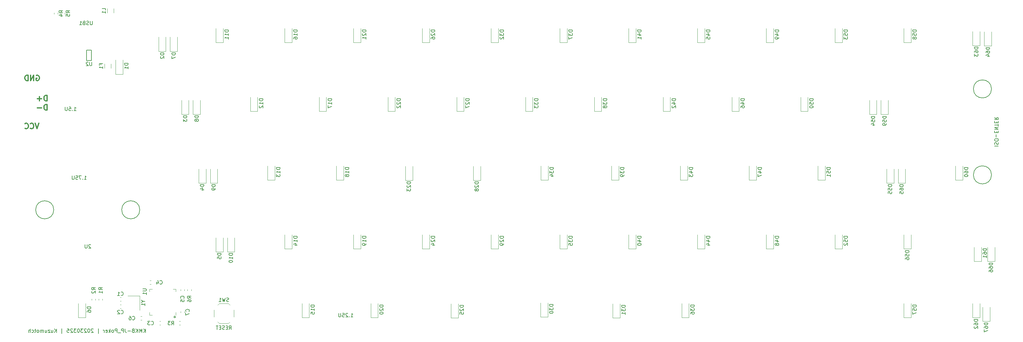
<source format=gbr>
G04 #@! TF.GenerationSoftware,KiCad,Pcbnew,(6.0.11)*
G04 #@! TF.CreationDate,2023-03-31T22:05:11+09:00*
G04 #@! TF.ProjectId,KiCad_KMKB-JP_Poker,4b694361-645f-44b4-9d4b-422d4a505f50,rev?*
G04 #@! TF.SameCoordinates,Original*
G04 #@! TF.FileFunction,Legend,Bot*
G04 #@! TF.FilePolarity,Positive*
%FSLAX46Y46*%
G04 Gerber Fmt 4.6, Leading zero omitted, Abs format (unit mm)*
G04 Created by KiCad (PCBNEW (6.0.11)) date 2023-03-31 22:05:11*
%MOMM*%
%LPD*%
G01*
G04 APERTURE LIST*
%ADD10C,0.300000*%
%ADD11C,0.150000*%
%ADD12C,0.120000*%
G04 APERTURE END LIST*
D10*
X132385428Y-201719571D02*
X132385428Y-200219571D01*
X132028285Y-200219571D01*
X131814000Y-200291000D01*
X131671142Y-200433857D01*
X131599714Y-200576714D01*
X131528285Y-200862428D01*
X131528285Y-201076714D01*
X131599714Y-201362428D01*
X131671142Y-201505285D01*
X131814000Y-201648142D01*
X132028285Y-201719571D01*
X132385428Y-201719571D01*
X130885428Y-201148142D02*
X129742571Y-201148142D01*
X130314000Y-201719571D02*
X130314000Y-200576714D01*
D11*
X393937500Y-198437500D02*
G75*
G03*
X393937500Y-198437500I-2500000J0D01*
G01*
X393937500Y-222250000D02*
G75*
G03*
X393937500Y-222250000I-2500000J0D01*
G01*
X167982125Y-261611250D02*
G75*
G03*
X167982125Y-261611250I-222250J0D01*
G01*
X134256150Y-231927400D02*
G75*
G03*
X134256150Y-231927400I-2500000J0D01*
G01*
X158081350Y-231927400D02*
G75*
G03*
X158081350Y-231927400I-2500000J0D01*
G01*
D10*
X129412857Y-194703000D02*
X129555714Y-194631571D01*
X129770000Y-194631571D01*
X129984285Y-194703000D01*
X130127142Y-194845857D01*
X130198571Y-194988714D01*
X130270000Y-195274428D01*
X130270000Y-195488714D01*
X130198571Y-195774428D01*
X130127142Y-195917285D01*
X129984285Y-196060142D01*
X129770000Y-196131571D01*
X129627142Y-196131571D01*
X129412857Y-196060142D01*
X129341428Y-195988714D01*
X129341428Y-195488714D01*
X129627142Y-195488714D01*
X128698571Y-196131571D02*
X128698571Y-194631571D01*
X127841428Y-196131571D01*
X127841428Y-194631571D01*
X127127142Y-196131571D02*
X127127142Y-194631571D01*
X126770000Y-194631571D01*
X126555714Y-194703000D01*
X126412857Y-194845857D01*
X126341428Y-194988714D01*
X126270000Y-195274428D01*
X126270000Y-195488714D01*
X126341428Y-195774428D01*
X126412857Y-195917285D01*
X126555714Y-196060142D01*
X126770000Y-196131571D01*
X127127142Y-196131571D01*
D11*
X144478273Y-241641369D02*
X144430654Y-241593750D01*
X144335416Y-241546130D01*
X144097321Y-241546130D01*
X144002083Y-241593750D01*
X143954464Y-241641369D01*
X143906845Y-241736607D01*
X143906845Y-241831845D01*
X143954464Y-241974702D01*
X144525892Y-242546130D01*
X143906845Y-242546130D01*
X143478273Y-241546130D02*
X143478273Y-242355654D01*
X143430654Y-242450892D01*
X143383035Y-242498511D01*
X143287797Y-242546130D01*
X143097321Y-242546130D01*
X143002083Y-242498511D01*
X142954464Y-242450892D01*
X142906845Y-242355654D01*
X142906845Y-241546130D01*
X394835119Y-214272321D02*
X395835119Y-214272321D01*
X394882738Y-213843750D02*
X394835119Y-213700892D01*
X394835119Y-213462797D01*
X394882738Y-213367559D01*
X394930357Y-213319940D01*
X395025595Y-213272321D01*
X395120833Y-213272321D01*
X395216071Y-213319940D01*
X395263690Y-213367559D01*
X395311309Y-213462797D01*
X395358928Y-213653273D01*
X395406547Y-213748511D01*
X395454166Y-213796130D01*
X395549404Y-213843750D01*
X395644642Y-213843750D01*
X395739880Y-213796130D01*
X395787500Y-213748511D01*
X395835119Y-213653273D01*
X395835119Y-213415178D01*
X395787500Y-213272321D01*
X395835119Y-212653273D02*
X395835119Y-212462797D01*
X395787500Y-212367559D01*
X395692261Y-212272321D01*
X395501785Y-212224702D01*
X395168452Y-212224702D01*
X394977976Y-212272321D01*
X394882738Y-212367559D01*
X394835119Y-212462797D01*
X394835119Y-212653273D01*
X394882738Y-212748511D01*
X394977976Y-212843750D01*
X395168452Y-212891369D01*
X395501785Y-212891369D01*
X395692261Y-212843750D01*
X395787500Y-212748511D01*
X395835119Y-212653273D01*
X395216071Y-211796130D02*
X395216071Y-211034226D01*
X395358928Y-210558035D02*
X395358928Y-210224702D01*
X394835119Y-210081845D02*
X394835119Y-210558035D01*
X395835119Y-210558035D01*
X395835119Y-210081845D01*
X394835119Y-209653273D02*
X395835119Y-209653273D01*
X394835119Y-209081845D01*
X395835119Y-209081845D01*
X395835119Y-208748511D02*
X395835119Y-208177083D01*
X394835119Y-208462797D02*
X395835119Y-208462797D01*
X395358928Y-207843750D02*
X395358928Y-207510416D01*
X394835119Y-207367559D02*
X394835119Y-207843750D01*
X395835119Y-207843750D01*
X395835119Y-207367559D01*
X394835119Y-206367559D02*
X395311309Y-206700892D01*
X394835119Y-206938988D02*
X395835119Y-206938988D01*
X395835119Y-206558035D01*
X395787500Y-206462797D01*
X395739880Y-206415178D01*
X395644642Y-206367559D01*
X395501785Y-206367559D01*
X395406547Y-206415178D01*
X395358928Y-206462797D01*
X395311309Y-206558035D01*
X395311309Y-206938988D01*
X139858630Y-204446130D02*
X140430059Y-204446130D01*
X140144345Y-204446130D02*
X140144345Y-203446130D01*
X140239583Y-203588988D01*
X140334821Y-203684226D01*
X140430059Y-203731845D01*
X139430059Y-204350892D02*
X139382440Y-204398511D01*
X139430059Y-204446130D01*
X139477678Y-204398511D01*
X139430059Y-204350892D01*
X139430059Y-204446130D01*
X138477678Y-203446130D02*
X138953869Y-203446130D01*
X139001488Y-203922321D01*
X138953869Y-203874702D01*
X138858630Y-203827083D01*
X138620535Y-203827083D01*
X138525297Y-203874702D01*
X138477678Y-203922321D01*
X138430059Y-204017559D01*
X138430059Y-204255654D01*
X138477678Y-204350892D01*
X138525297Y-204398511D01*
X138620535Y-204446130D01*
X138858630Y-204446130D01*
X138953869Y-204398511D01*
X139001488Y-204350892D01*
X138001488Y-203446130D02*
X138001488Y-204255654D01*
X137953869Y-204350892D01*
X137906250Y-204398511D01*
X137811011Y-204446130D01*
X137620535Y-204446130D01*
X137525297Y-204398511D01*
X137477678Y-204350892D01*
X137430059Y-204255654D01*
X137430059Y-203446130D01*
D10*
X132385428Y-204259571D02*
X132385428Y-202759571D01*
X132028285Y-202759571D01*
X131814000Y-202831000D01*
X131671142Y-202973857D01*
X131599714Y-203116714D01*
X131528285Y-203402428D01*
X131528285Y-203616714D01*
X131599714Y-203902428D01*
X131671142Y-204045285D01*
X131814000Y-204188142D01*
X132028285Y-204259571D01*
X132385428Y-204259571D01*
X130885428Y-203688142D02*
X129742571Y-203688142D01*
D11*
X159700476Y-265882380D02*
X159700476Y-264882380D01*
X159129047Y-265882380D02*
X159557619Y-265310952D01*
X159129047Y-264882380D02*
X159700476Y-265453809D01*
X158700476Y-265882380D02*
X158700476Y-264882380D01*
X158367142Y-265596666D01*
X158033809Y-264882380D01*
X158033809Y-265882380D01*
X157557619Y-265882380D02*
X157557619Y-264882380D01*
X156986190Y-265882380D02*
X157414761Y-265310952D01*
X156986190Y-264882380D02*
X157557619Y-265453809D01*
X156224285Y-265358571D02*
X156081428Y-265406190D01*
X156033809Y-265453809D01*
X155986190Y-265549047D01*
X155986190Y-265691904D01*
X156033809Y-265787142D01*
X156081428Y-265834761D01*
X156176666Y-265882380D01*
X156557619Y-265882380D01*
X156557619Y-264882380D01*
X156224285Y-264882380D01*
X156129047Y-264930000D01*
X156081428Y-264977619D01*
X156033809Y-265072857D01*
X156033809Y-265168095D01*
X156081428Y-265263333D01*
X156129047Y-265310952D01*
X156224285Y-265358571D01*
X156557619Y-265358571D01*
X155557619Y-265501428D02*
X154795714Y-265501428D01*
X154033809Y-264882380D02*
X154033809Y-265596666D01*
X154081428Y-265739523D01*
X154176666Y-265834761D01*
X154319523Y-265882380D01*
X154414761Y-265882380D01*
X153557619Y-265882380D02*
X153557619Y-264882380D01*
X153176666Y-264882380D01*
X153081428Y-264930000D01*
X153033809Y-264977619D01*
X152986190Y-265072857D01*
X152986190Y-265215714D01*
X153033809Y-265310952D01*
X153081428Y-265358571D01*
X153176666Y-265406190D01*
X153557619Y-265406190D01*
X152795714Y-265977619D02*
X152033809Y-265977619D01*
X151795714Y-265882380D02*
X151795714Y-264882380D01*
X151414761Y-264882380D01*
X151319523Y-264930000D01*
X151271904Y-264977619D01*
X151224285Y-265072857D01*
X151224285Y-265215714D01*
X151271904Y-265310952D01*
X151319523Y-265358571D01*
X151414761Y-265406190D01*
X151795714Y-265406190D01*
X150652857Y-265882380D02*
X150748095Y-265834761D01*
X150795714Y-265787142D01*
X150843333Y-265691904D01*
X150843333Y-265406190D01*
X150795714Y-265310952D01*
X150748095Y-265263333D01*
X150652857Y-265215714D01*
X150510000Y-265215714D01*
X150414761Y-265263333D01*
X150367142Y-265310952D01*
X150319523Y-265406190D01*
X150319523Y-265691904D01*
X150367142Y-265787142D01*
X150414761Y-265834761D01*
X150510000Y-265882380D01*
X150652857Y-265882380D01*
X149890952Y-265882380D02*
X149890952Y-264882380D01*
X149795714Y-265501428D02*
X149510000Y-265882380D01*
X149510000Y-265215714D02*
X149890952Y-265596666D01*
X148700476Y-265834761D02*
X148795714Y-265882380D01*
X148986190Y-265882380D01*
X149081428Y-265834761D01*
X149129047Y-265739523D01*
X149129047Y-265358571D01*
X149081428Y-265263333D01*
X148986190Y-265215714D01*
X148795714Y-265215714D01*
X148700476Y-265263333D01*
X148652857Y-265358571D01*
X148652857Y-265453809D01*
X149129047Y-265549047D01*
X148224285Y-265882380D02*
X148224285Y-265215714D01*
X148224285Y-265406190D02*
X148176666Y-265310952D01*
X148129047Y-265263333D01*
X148033809Y-265215714D01*
X147938571Y-265215714D01*
X146605238Y-266215714D02*
X146605238Y-264787142D01*
X145176666Y-264977619D02*
X145129047Y-264930000D01*
X145033809Y-264882380D01*
X144795714Y-264882380D01*
X144700476Y-264930000D01*
X144652857Y-264977619D01*
X144605238Y-265072857D01*
X144605238Y-265168095D01*
X144652857Y-265310952D01*
X145224285Y-265882380D01*
X144605238Y-265882380D01*
X143986190Y-264882380D02*
X143890952Y-264882380D01*
X143795714Y-264930000D01*
X143748095Y-264977619D01*
X143700476Y-265072857D01*
X143652857Y-265263333D01*
X143652857Y-265501428D01*
X143700476Y-265691904D01*
X143748095Y-265787142D01*
X143795714Y-265834761D01*
X143890952Y-265882380D01*
X143986190Y-265882380D01*
X144081428Y-265834761D01*
X144129047Y-265787142D01*
X144176666Y-265691904D01*
X144224285Y-265501428D01*
X144224285Y-265263333D01*
X144176666Y-265072857D01*
X144129047Y-264977619D01*
X144081428Y-264930000D01*
X143986190Y-264882380D01*
X143271904Y-264977619D02*
X143224285Y-264930000D01*
X143129047Y-264882380D01*
X142890952Y-264882380D01*
X142795714Y-264930000D01*
X142748095Y-264977619D01*
X142700476Y-265072857D01*
X142700476Y-265168095D01*
X142748095Y-265310952D01*
X143319523Y-265882380D01*
X142700476Y-265882380D01*
X142367142Y-264882380D02*
X141748095Y-264882380D01*
X142081428Y-265263333D01*
X141938571Y-265263333D01*
X141843333Y-265310952D01*
X141795714Y-265358571D01*
X141748095Y-265453809D01*
X141748095Y-265691904D01*
X141795714Y-265787142D01*
X141843333Y-265834761D01*
X141938571Y-265882380D01*
X142224285Y-265882380D01*
X142319523Y-265834761D01*
X142367142Y-265787142D01*
X141129047Y-264882380D02*
X141033809Y-264882380D01*
X140938571Y-264930000D01*
X140890952Y-264977619D01*
X140843333Y-265072857D01*
X140795714Y-265263333D01*
X140795714Y-265501428D01*
X140843333Y-265691904D01*
X140890952Y-265787142D01*
X140938571Y-265834761D01*
X141033809Y-265882380D01*
X141129047Y-265882380D01*
X141224285Y-265834761D01*
X141271904Y-265787142D01*
X141319523Y-265691904D01*
X141367142Y-265501428D01*
X141367142Y-265263333D01*
X141319523Y-265072857D01*
X141271904Y-264977619D01*
X141224285Y-264930000D01*
X141129047Y-264882380D01*
X140462380Y-264882380D02*
X139843333Y-264882380D01*
X140176666Y-265263333D01*
X140033809Y-265263333D01*
X139938571Y-265310952D01*
X139890952Y-265358571D01*
X139843333Y-265453809D01*
X139843333Y-265691904D01*
X139890952Y-265787142D01*
X139938571Y-265834761D01*
X140033809Y-265882380D01*
X140319523Y-265882380D01*
X140414761Y-265834761D01*
X140462380Y-265787142D01*
X139462380Y-264977619D02*
X139414761Y-264930000D01*
X139319523Y-264882380D01*
X139081428Y-264882380D01*
X138986190Y-264930000D01*
X138938571Y-264977619D01*
X138890952Y-265072857D01*
X138890952Y-265168095D01*
X138938571Y-265310952D01*
X139510000Y-265882380D01*
X138890952Y-265882380D01*
X137986190Y-264882380D02*
X138462380Y-264882380D01*
X138510000Y-265358571D01*
X138462380Y-265310952D01*
X138367142Y-265263333D01*
X138129047Y-265263333D01*
X138033809Y-265310952D01*
X137986190Y-265358571D01*
X137938571Y-265453809D01*
X137938571Y-265691904D01*
X137986190Y-265787142D01*
X138033809Y-265834761D01*
X138129047Y-265882380D01*
X138367142Y-265882380D01*
X138462380Y-265834761D01*
X138510000Y-265787142D01*
X136510000Y-266215714D02*
X136510000Y-264787142D01*
X135033809Y-265882380D02*
X135033809Y-264882380D01*
X134462380Y-265882380D02*
X134890952Y-265310952D01*
X134462380Y-264882380D02*
X135033809Y-265453809D01*
X133605238Y-265215714D02*
X133605238Y-265882380D01*
X134033809Y-265215714D02*
X134033809Y-265739523D01*
X133986190Y-265834761D01*
X133890952Y-265882380D01*
X133748095Y-265882380D01*
X133652857Y-265834761D01*
X133605238Y-265787142D01*
X133224285Y-265215714D02*
X132700476Y-265215714D01*
X133224285Y-265882380D01*
X132700476Y-265882380D01*
X131890952Y-265215714D02*
X131890952Y-265882380D01*
X132319523Y-265215714D02*
X132319523Y-265739523D01*
X132271904Y-265834761D01*
X132176666Y-265882380D01*
X132033809Y-265882380D01*
X131938571Y-265834761D01*
X131890952Y-265787142D01*
X131414761Y-265882380D02*
X131414761Y-265215714D01*
X131414761Y-265310952D02*
X131367142Y-265263333D01*
X131271904Y-265215714D01*
X131129047Y-265215714D01*
X131033809Y-265263333D01*
X130986190Y-265358571D01*
X130986190Y-265882380D01*
X130986190Y-265358571D02*
X130938571Y-265263333D01*
X130843333Y-265215714D01*
X130700476Y-265215714D01*
X130605238Y-265263333D01*
X130557619Y-265358571D01*
X130557619Y-265882380D01*
X129938571Y-265882380D02*
X130033809Y-265834761D01*
X130081428Y-265787142D01*
X130129047Y-265691904D01*
X130129047Y-265406190D01*
X130081428Y-265310952D01*
X130033809Y-265263333D01*
X129938571Y-265215714D01*
X129795714Y-265215714D01*
X129700476Y-265263333D01*
X129652857Y-265310952D01*
X129605238Y-265406190D01*
X129605238Y-265691904D01*
X129652857Y-265787142D01*
X129700476Y-265834761D01*
X129795714Y-265882380D01*
X129938571Y-265882380D01*
X129319523Y-265215714D02*
X128938571Y-265215714D01*
X129176666Y-264882380D02*
X129176666Y-265739523D01*
X129129047Y-265834761D01*
X129033809Y-265882380D01*
X128938571Y-265882380D01*
X128176666Y-265834761D02*
X128271904Y-265882380D01*
X128462380Y-265882380D01*
X128557619Y-265834761D01*
X128605238Y-265787142D01*
X128652857Y-265691904D01*
X128652857Y-265406190D01*
X128605238Y-265310952D01*
X128557619Y-265263333D01*
X128462380Y-265215714D01*
X128271904Y-265215714D01*
X128176666Y-265263333D01*
X127748095Y-265882380D02*
X127748095Y-264882380D01*
X127319523Y-265882380D02*
X127319523Y-265358571D01*
X127367142Y-265263333D01*
X127462380Y-265215714D01*
X127605238Y-265215714D01*
X127700476Y-265263333D01*
X127748095Y-265310952D01*
X142716071Y-223496130D02*
X143287500Y-223496130D01*
X143001785Y-223496130D02*
X143001785Y-222496130D01*
X143097023Y-222638988D01*
X143192261Y-222734226D01*
X143287500Y-222781845D01*
X142287500Y-223400892D02*
X142239880Y-223448511D01*
X142287500Y-223496130D01*
X142335119Y-223448511D01*
X142287500Y-223400892D01*
X142287500Y-223496130D01*
X141906547Y-222496130D02*
X141239880Y-222496130D01*
X141668452Y-223496130D01*
X140382738Y-222496130D02*
X140858928Y-222496130D01*
X140906547Y-222972321D01*
X140858928Y-222924702D01*
X140763690Y-222877083D01*
X140525595Y-222877083D01*
X140430357Y-222924702D01*
X140382738Y-222972321D01*
X140335119Y-223067559D01*
X140335119Y-223305654D01*
X140382738Y-223400892D01*
X140430357Y-223448511D01*
X140525595Y-223496130D01*
X140763690Y-223496130D01*
X140858928Y-223448511D01*
X140906547Y-223400892D01*
X139906547Y-222496130D02*
X139906547Y-223305654D01*
X139858928Y-223400892D01*
X139811309Y-223448511D01*
X139716071Y-223496130D01*
X139525595Y-223496130D01*
X139430357Y-223448511D01*
X139382738Y-223400892D01*
X139335119Y-223305654D01*
X139335119Y-222496130D01*
X216534821Y-261596130D02*
X217106250Y-261596130D01*
X216820535Y-261596130D02*
X216820535Y-260596130D01*
X216915773Y-260738988D01*
X217011011Y-260834226D01*
X217106250Y-260881845D01*
X216106250Y-261500892D02*
X216058630Y-261548511D01*
X216106250Y-261596130D01*
X216153869Y-261548511D01*
X216106250Y-261500892D01*
X216106250Y-261596130D01*
X215677678Y-260691369D02*
X215630059Y-260643750D01*
X215534821Y-260596130D01*
X215296726Y-260596130D01*
X215201488Y-260643750D01*
X215153869Y-260691369D01*
X215106250Y-260786607D01*
X215106250Y-260881845D01*
X215153869Y-261024702D01*
X215725297Y-261596130D01*
X215106250Y-261596130D01*
X214201488Y-260596130D02*
X214677678Y-260596130D01*
X214725297Y-261072321D01*
X214677678Y-261024702D01*
X214582440Y-260977083D01*
X214344345Y-260977083D01*
X214249107Y-261024702D01*
X214201488Y-261072321D01*
X214153869Y-261167559D01*
X214153869Y-261405654D01*
X214201488Y-261500892D01*
X214249107Y-261548511D01*
X214344345Y-261596130D01*
X214582440Y-261596130D01*
X214677678Y-261548511D01*
X214725297Y-261500892D01*
X213725297Y-260596130D02*
X213725297Y-261405654D01*
X213677678Y-261500892D01*
X213630059Y-261548511D01*
X213534821Y-261596130D01*
X213344345Y-261596130D01*
X213249107Y-261548511D01*
X213201488Y-261500892D01*
X213153869Y-261405654D01*
X213153869Y-260596130D01*
X182817130Y-265053130D02*
X183150464Y-264576940D01*
X183388559Y-265053130D02*
X183388559Y-264053130D01*
X183007607Y-264053130D01*
X182912369Y-264100750D01*
X182864750Y-264148369D01*
X182817130Y-264243607D01*
X182817130Y-264386464D01*
X182864750Y-264481702D01*
X182912369Y-264529321D01*
X183007607Y-264576940D01*
X183388559Y-264576940D01*
X182388559Y-264529321D02*
X182055226Y-264529321D01*
X181912369Y-265053130D02*
X182388559Y-265053130D01*
X182388559Y-264053130D01*
X181912369Y-264053130D01*
X181531416Y-265005511D02*
X181388559Y-265053130D01*
X181150464Y-265053130D01*
X181055226Y-265005511D01*
X181007607Y-264957892D01*
X180959988Y-264862654D01*
X180959988Y-264767416D01*
X181007607Y-264672178D01*
X181055226Y-264624559D01*
X181150464Y-264576940D01*
X181340940Y-264529321D01*
X181436178Y-264481702D01*
X181483797Y-264434083D01*
X181531416Y-264338845D01*
X181531416Y-264243607D01*
X181483797Y-264148369D01*
X181436178Y-264100750D01*
X181340940Y-264053130D01*
X181102845Y-264053130D01*
X180959988Y-264100750D01*
X180531416Y-264529321D02*
X180198083Y-264529321D01*
X180055226Y-265053130D02*
X180531416Y-265053130D01*
X180531416Y-264053130D01*
X180055226Y-264053130D01*
X179769511Y-264053130D02*
X179198083Y-264053130D01*
X179483797Y-265053130D02*
X179483797Y-264053130D01*
D10*
X130143000Y-207966571D02*
X129643000Y-209466571D01*
X129143000Y-207966571D01*
X127785857Y-209323714D02*
X127857285Y-209395142D01*
X128071571Y-209466571D01*
X128214428Y-209466571D01*
X128428714Y-209395142D01*
X128571571Y-209252285D01*
X128643000Y-209109428D01*
X128714428Y-208823714D01*
X128714428Y-208609428D01*
X128643000Y-208323714D01*
X128571571Y-208180857D01*
X128428714Y-208038000D01*
X128214428Y-207966571D01*
X128071571Y-207966571D01*
X127857285Y-208038000D01*
X127785857Y-208109428D01*
X126285857Y-209323714D02*
X126357285Y-209395142D01*
X126571571Y-209466571D01*
X126714428Y-209466571D01*
X126928714Y-209395142D01*
X127071571Y-209252285D01*
X127143000Y-209109428D01*
X127214428Y-208823714D01*
X127214428Y-208609428D01*
X127143000Y-208323714D01*
X127071571Y-208180857D01*
X126928714Y-208038000D01*
X126714428Y-207966571D01*
X126571571Y-207966571D01*
X126357285Y-208038000D01*
X126285857Y-208109428D01*
D11*
X164790380Y-188491904D02*
X163790380Y-188491904D01*
X163790380Y-188730000D01*
X163838000Y-188872857D01*
X163933238Y-188968095D01*
X164028476Y-189015714D01*
X164218952Y-189063333D01*
X164361809Y-189063333D01*
X164552285Y-189015714D01*
X164647523Y-188968095D01*
X164742761Y-188872857D01*
X164790380Y-188730000D01*
X164790380Y-188491904D01*
X163885619Y-189444285D02*
X163838000Y-189491904D01*
X163790380Y-189587142D01*
X163790380Y-189825238D01*
X163838000Y-189920476D01*
X163885619Y-189968095D01*
X163980857Y-190015714D01*
X164076095Y-190015714D01*
X164218952Y-189968095D01*
X164790380Y-189396666D01*
X164790380Y-190015714D01*
X171140380Y-205890904D02*
X170140380Y-205890904D01*
X170140380Y-206129000D01*
X170188000Y-206271857D01*
X170283238Y-206367095D01*
X170378476Y-206414714D01*
X170568952Y-206462333D01*
X170711809Y-206462333D01*
X170902285Y-206414714D01*
X170997523Y-206367095D01*
X171092761Y-206271857D01*
X171140380Y-206129000D01*
X171140380Y-205890904D01*
X170140380Y-206795666D02*
X170140380Y-207414714D01*
X170521333Y-207081380D01*
X170521333Y-207224238D01*
X170568952Y-207319476D01*
X170616571Y-207367095D01*
X170711809Y-207414714D01*
X170949904Y-207414714D01*
X171045142Y-207367095D01*
X171092761Y-207319476D01*
X171140380Y-207224238D01*
X171140380Y-206938523D01*
X171092761Y-206843285D01*
X171045142Y-206795666D01*
X175839380Y-224940904D02*
X174839380Y-224940904D01*
X174839380Y-225179000D01*
X174887000Y-225321857D01*
X174982238Y-225417095D01*
X175077476Y-225464714D01*
X175267952Y-225512333D01*
X175410809Y-225512333D01*
X175601285Y-225464714D01*
X175696523Y-225417095D01*
X175791761Y-225321857D01*
X175839380Y-225179000D01*
X175839380Y-224940904D01*
X175172714Y-226369476D02*
X175839380Y-226369476D01*
X174791761Y-226131380D02*
X175506047Y-225893285D01*
X175506047Y-226512333D01*
X180601880Y-243990904D02*
X179601880Y-243990904D01*
X179601880Y-244229000D01*
X179649500Y-244371857D01*
X179744738Y-244467095D01*
X179839976Y-244514714D01*
X180030452Y-244562333D01*
X180173309Y-244562333D01*
X180363785Y-244514714D01*
X180459023Y-244467095D01*
X180554261Y-244371857D01*
X180601880Y-244229000D01*
X180601880Y-243990904D01*
X179601880Y-245467095D02*
X179601880Y-244990904D01*
X180078071Y-244943285D01*
X180030452Y-244990904D01*
X179982833Y-245086142D01*
X179982833Y-245324238D01*
X180030452Y-245419476D01*
X180078071Y-245467095D01*
X180173309Y-245514714D01*
X180411404Y-245514714D01*
X180506642Y-245467095D01*
X180554261Y-245419476D01*
X180601880Y-245324238D01*
X180601880Y-245086142D01*
X180554261Y-244990904D01*
X180506642Y-244943285D01*
X144533630Y-258818154D02*
X143533630Y-258818154D01*
X143533630Y-259056250D01*
X143581250Y-259199107D01*
X143676488Y-259294345D01*
X143771726Y-259341964D01*
X143962202Y-259389583D01*
X144105059Y-259389583D01*
X144295535Y-259341964D01*
X144390773Y-259294345D01*
X144486011Y-259199107D01*
X144533630Y-259056250D01*
X144533630Y-258818154D01*
X143533630Y-260246726D02*
X143533630Y-260056250D01*
X143581250Y-259961011D01*
X143628869Y-259913392D01*
X143771726Y-259818154D01*
X143962202Y-259770535D01*
X144343154Y-259770535D01*
X144438392Y-259818154D01*
X144486011Y-259865773D01*
X144533630Y-259961011D01*
X144533630Y-260151488D01*
X144486011Y-260246726D01*
X144438392Y-260294345D01*
X144343154Y-260341964D01*
X144105059Y-260341964D01*
X144009821Y-260294345D01*
X143962202Y-260246726D01*
X143914583Y-260151488D01*
X143914583Y-259961011D01*
X143962202Y-259865773D01*
X144009821Y-259818154D01*
X144105059Y-259770535D01*
X174315380Y-205890904D02*
X173315380Y-205890904D01*
X173315380Y-206129000D01*
X173363000Y-206271857D01*
X173458238Y-206367095D01*
X173553476Y-206414714D01*
X173743952Y-206462333D01*
X173886809Y-206462333D01*
X174077285Y-206414714D01*
X174172523Y-206367095D01*
X174267761Y-206271857D01*
X174315380Y-206129000D01*
X174315380Y-205890904D01*
X173743952Y-207033761D02*
X173696333Y-206938523D01*
X173648714Y-206890904D01*
X173553476Y-206843285D01*
X173505857Y-206843285D01*
X173410619Y-206890904D01*
X173363000Y-206938523D01*
X173315380Y-207033761D01*
X173315380Y-207224238D01*
X173363000Y-207319476D01*
X173410619Y-207367095D01*
X173505857Y-207414714D01*
X173553476Y-207414714D01*
X173648714Y-207367095D01*
X173696333Y-207319476D01*
X173743952Y-207224238D01*
X173743952Y-207033761D01*
X173791571Y-206938523D01*
X173839190Y-206890904D01*
X173934428Y-206843285D01*
X174124904Y-206843285D01*
X174220142Y-206890904D01*
X174267761Y-206938523D01*
X174315380Y-207033761D01*
X174315380Y-207224238D01*
X174267761Y-207319476D01*
X174220142Y-207367095D01*
X174124904Y-207414714D01*
X173934428Y-207414714D01*
X173839190Y-207367095D01*
X173791571Y-207319476D01*
X173743952Y-207224238D01*
X182633630Y-182141964D02*
X181633630Y-182141964D01*
X181633630Y-182380059D01*
X181681250Y-182522916D01*
X181776488Y-182618154D01*
X181871726Y-182665773D01*
X182062202Y-182713392D01*
X182205059Y-182713392D01*
X182395535Y-182665773D01*
X182490773Y-182618154D01*
X182586011Y-182522916D01*
X182633630Y-182380059D01*
X182633630Y-182141964D01*
X182633630Y-183665773D02*
X182633630Y-183094345D01*
X182633630Y-183380059D02*
X181633630Y-183380059D01*
X181776488Y-183284821D01*
X181871726Y-183189583D01*
X181919345Y-183094345D01*
X182633630Y-184618154D02*
X182633630Y-184046726D01*
X182633630Y-184332440D02*
X181633630Y-184332440D01*
X181776488Y-184237202D01*
X181871726Y-184141964D01*
X181919345Y-184046726D01*
X196921130Y-220241964D02*
X195921130Y-220241964D01*
X195921130Y-220480059D01*
X195968750Y-220622916D01*
X196063988Y-220718154D01*
X196159226Y-220765773D01*
X196349702Y-220813392D01*
X196492559Y-220813392D01*
X196683035Y-220765773D01*
X196778273Y-220718154D01*
X196873511Y-220622916D01*
X196921130Y-220480059D01*
X196921130Y-220241964D01*
X196921130Y-221765773D02*
X196921130Y-221194345D01*
X196921130Y-221480059D02*
X195921130Y-221480059D01*
X196063988Y-221384821D01*
X196159226Y-221289583D01*
X196206845Y-221194345D01*
X195921130Y-222099107D02*
X195921130Y-222718154D01*
X196302083Y-222384821D01*
X196302083Y-222527678D01*
X196349702Y-222622916D01*
X196397321Y-222670535D01*
X196492559Y-222718154D01*
X196730654Y-222718154D01*
X196825892Y-222670535D01*
X196873511Y-222622916D01*
X196921130Y-222527678D01*
X196921130Y-222241964D01*
X196873511Y-222146726D01*
X196825892Y-222099107D01*
X183776880Y-244022714D02*
X182776880Y-244022714D01*
X182776880Y-244260809D01*
X182824500Y-244403666D01*
X182919738Y-244498904D01*
X183014976Y-244546523D01*
X183205452Y-244594142D01*
X183348309Y-244594142D01*
X183538785Y-244546523D01*
X183634023Y-244498904D01*
X183729261Y-244403666D01*
X183776880Y-244260809D01*
X183776880Y-244022714D01*
X183776880Y-245546523D02*
X183776880Y-244975095D01*
X183776880Y-245260809D02*
X182776880Y-245260809D01*
X182919738Y-245165571D01*
X183014976Y-245070333D01*
X183062595Y-244975095D01*
X182776880Y-246165571D02*
X182776880Y-246260809D01*
X182824500Y-246356047D01*
X182872119Y-246403666D01*
X182967357Y-246451285D01*
X183157833Y-246498904D01*
X183395928Y-246498904D01*
X183586404Y-246451285D01*
X183681642Y-246403666D01*
X183729261Y-246356047D01*
X183776880Y-246260809D01*
X183776880Y-246165571D01*
X183729261Y-246070333D01*
X183681642Y-246022714D01*
X183586404Y-245975095D01*
X183395928Y-245927476D01*
X183157833Y-245927476D01*
X182967357Y-245975095D01*
X182872119Y-246022714D01*
X182824500Y-246070333D01*
X182776880Y-246165571D01*
X206446130Y-258341964D02*
X205446130Y-258341964D01*
X205446130Y-258580059D01*
X205493750Y-258722916D01*
X205588988Y-258818154D01*
X205684226Y-258865773D01*
X205874702Y-258913392D01*
X206017559Y-258913392D01*
X206208035Y-258865773D01*
X206303273Y-258818154D01*
X206398511Y-258722916D01*
X206446130Y-258580059D01*
X206446130Y-258341964D01*
X206446130Y-259865773D02*
X206446130Y-259294345D01*
X206446130Y-259580059D02*
X205446130Y-259580059D01*
X205588988Y-259484821D01*
X205684226Y-259389583D01*
X205731845Y-259294345D01*
X205446130Y-260770535D02*
X205446130Y-260294345D01*
X205922321Y-260246726D01*
X205874702Y-260294345D01*
X205827083Y-260389583D01*
X205827083Y-260627678D01*
X205874702Y-260722916D01*
X205922321Y-260770535D01*
X206017559Y-260818154D01*
X206255654Y-260818154D01*
X206350892Y-260770535D01*
X206398511Y-260722916D01*
X206446130Y-260627678D01*
X206446130Y-260389583D01*
X206398511Y-260294345D01*
X206350892Y-260246726D01*
X201683630Y-182141964D02*
X200683630Y-182141964D01*
X200683630Y-182380059D01*
X200731250Y-182522916D01*
X200826488Y-182618154D01*
X200921726Y-182665773D01*
X201112202Y-182713392D01*
X201255059Y-182713392D01*
X201445535Y-182665773D01*
X201540773Y-182618154D01*
X201636011Y-182522916D01*
X201683630Y-182380059D01*
X201683630Y-182141964D01*
X201683630Y-183665773D02*
X201683630Y-183094345D01*
X201683630Y-183380059D02*
X200683630Y-183380059D01*
X200826488Y-183284821D01*
X200921726Y-183189583D01*
X200969345Y-183094345D01*
X200683630Y-184522916D02*
X200683630Y-184332440D01*
X200731250Y-184237202D01*
X200778869Y-184189583D01*
X200921726Y-184094345D01*
X201112202Y-184046726D01*
X201493154Y-184046726D01*
X201588392Y-184094345D01*
X201636011Y-184141964D01*
X201683630Y-184237202D01*
X201683630Y-184427678D01*
X201636011Y-184522916D01*
X201588392Y-184570535D01*
X201493154Y-184618154D01*
X201255059Y-184618154D01*
X201159821Y-184570535D01*
X201112202Y-184522916D01*
X201064583Y-184427678D01*
X201064583Y-184237202D01*
X201112202Y-184141964D01*
X201159821Y-184094345D01*
X201255059Y-184046726D01*
X211208630Y-201191964D02*
X210208630Y-201191964D01*
X210208630Y-201430059D01*
X210256250Y-201572916D01*
X210351488Y-201668154D01*
X210446726Y-201715773D01*
X210637202Y-201763392D01*
X210780059Y-201763392D01*
X210970535Y-201715773D01*
X211065773Y-201668154D01*
X211161011Y-201572916D01*
X211208630Y-201430059D01*
X211208630Y-201191964D01*
X211208630Y-202715773D02*
X211208630Y-202144345D01*
X211208630Y-202430059D02*
X210208630Y-202430059D01*
X210351488Y-202334821D01*
X210446726Y-202239583D01*
X210494345Y-202144345D01*
X210208630Y-203049107D02*
X210208630Y-203715773D01*
X211208630Y-203287202D01*
X215971130Y-220241964D02*
X214971130Y-220241964D01*
X214971130Y-220480059D01*
X215018750Y-220622916D01*
X215113988Y-220718154D01*
X215209226Y-220765773D01*
X215399702Y-220813392D01*
X215542559Y-220813392D01*
X215733035Y-220765773D01*
X215828273Y-220718154D01*
X215923511Y-220622916D01*
X215971130Y-220480059D01*
X215971130Y-220241964D01*
X215971130Y-221765773D02*
X215971130Y-221194345D01*
X215971130Y-221480059D02*
X214971130Y-221480059D01*
X215113988Y-221384821D01*
X215209226Y-221289583D01*
X215256845Y-221194345D01*
X215399702Y-222337202D02*
X215352083Y-222241964D01*
X215304464Y-222194345D01*
X215209226Y-222146726D01*
X215161607Y-222146726D01*
X215066369Y-222194345D01*
X215018750Y-222241964D01*
X214971130Y-222337202D01*
X214971130Y-222527678D01*
X215018750Y-222622916D01*
X215066369Y-222670535D01*
X215161607Y-222718154D01*
X215209226Y-222718154D01*
X215304464Y-222670535D01*
X215352083Y-222622916D01*
X215399702Y-222527678D01*
X215399702Y-222337202D01*
X215447321Y-222241964D01*
X215494940Y-222194345D01*
X215590178Y-222146726D01*
X215780654Y-222146726D01*
X215875892Y-222194345D01*
X215923511Y-222241964D01*
X215971130Y-222337202D01*
X215971130Y-222527678D01*
X215923511Y-222622916D01*
X215875892Y-222670535D01*
X215780654Y-222718154D01*
X215590178Y-222718154D01*
X215494940Y-222670535D01*
X215447321Y-222622916D01*
X215399702Y-222527678D01*
X201683630Y-239291964D02*
X200683630Y-239291964D01*
X200683630Y-239530059D01*
X200731250Y-239672916D01*
X200826488Y-239768154D01*
X200921726Y-239815773D01*
X201112202Y-239863392D01*
X201255059Y-239863392D01*
X201445535Y-239815773D01*
X201540773Y-239768154D01*
X201636011Y-239672916D01*
X201683630Y-239530059D01*
X201683630Y-239291964D01*
X201683630Y-240815773D02*
X201683630Y-240244345D01*
X201683630Y-240530059D02*
X200683630Y-240530059D01*
X200826488Y-240434821D01*
X200921726Y-240339583D01*
X200969345Y-240244345D01*
X201016964Y-241672916D02*
X201683630Y-241672916D01*
X200636011Y-241434821D02*
X201350297Y-241196726D01*
X201350297Y-241815773D01*
X220733630Y-182141964D02*
X219733630Y-182141964D01*
X219733630Y-182380059D01*
X219781250Y-182522916D01*
X219876488Y-182618154D01*
X219971726Y-182665773D01*
X220162202Y-182713392D01*
X220305059Y-182713392D01*
X220495535Y-182665773D01*
X220590773Y-182618154D01*
X220686011Y-182522916D01*
X220733630Y-182380059D01*
X220733630Y-182141964D01*
X219828869Y-183094345D02*
X219781250Y-183141964D01*
X219733630Y-183237202D01*
X219733630Y-183475297D01*
X219781250Y-183570535D01*
X219828869Y-183618154D01*
X219924107Y-183665773D01*
X220019345Y-183665773D01*
X220162202Y-183618154D01*
X220733630Y-183046726D01*
X220733630Y-183665773D01*
X220733630Y-184618154D02*
X220733630Y-184046726D01*
X220733630Y-184332440D02*
X219733630Y-184332440D01*
X219876488Y-184237202D01*
X219971726Y-184141964D01*
X220019345Y-184046726D01*
X230258630Y-201191964D02*
X229258630Y-201191964D01*
X229258630Y-201430059D01*
X229306250Y-201572916D01*
X229401488Y-201668154D01*
X229496726Y-201715773D01*
X229687202Y-201763392D01*
X229830059Y-201763392D01*
X230020535Y-201715773D01*
X230115773Y-201668154D01*
X230211011Y-201572916D01*
X230258630Y-201430059D01*
X230258630Y-201191964D01*
X229353869Y-202144345D02*
X229306250Y-202191964D01*
X229258630Y-202287202D01*
X229258630Y-202525297D01*
X229306250Y-202620535D01*
X229353869Y-202668154D01*
X229449107Y-202715773D01*
X229544345Y-202715773D01*
X229687202Y-202668154D01*
X230258630Y-202096726D01*
X230258630Y-202715773D01*
X229353869Y-203096726D02*
X229306250Y-203144345D01*
X229258630Y-203239583D01*
X229258630Y-203477678D01*
X229306250Y-203572916D01*
X229353869Y-203620535D01*
X229449107Y-203668154D01*
X229544345Y-203668154D01*
X229687202Y-203620535D01*
X230258630Y-203049107D01*
X230258630Y-203668154D01*
X233084630Y-224210714D02*
X232084630Y-224210714D01*
X232084630Y-224448809D01*
X232132250Y-224591666D01*
X232227488Y-224686904D01*
X232322726Y-224734523D01*
X232513202Y-224782142D01*
X232656059Y-224782142D01*
X232846535Y-224734523D01*
X232941773Y-224686904D01*
X233037011Y-224591666D01*
X233084630Y-224448809D01*
X233084630Y-224210714D01*
X232179869Y-225163095D02*
X232132250Y-225210714D01*
X232084630Y-225305952D01*
X232084630Y-225544047D01*
X232132250Y-225639285D01*
X232179869Y-225686904D01*
X232275107Y-225734523D01*
X232370345Y-225734523D01*
X232513202Y-225686904D01*
X233084630Y-225115476D01*
X233084630Y-225734523D01*
X232084630Y-226067857D02*
X232084630Y-226686904D01*
X232465583Y-226353571D01*
X232465583Y-226496428D01*
X232513202Y-226591666D01*
X232560821Y-226639285D01*
X232656059Y-226686904D01*
X232894154Y-226686904D01*
X232989392Y-226639285D01*
X233037011Y-226591666D01*
X233084630Y-226496428D01*
X233084630Y-226210714D01*
X233037011Y-226115476D01*
X232989392Y-226067857D01*
X220733630Y-239291964D02*
X219733630Y-239291964D01*
X219733630Y-239530059D01*
X219781250Y-239672916D01*
X219876488Y-239768154D01*
X219971726Y-239815773D01*
X220162202Y-239863392D01*
X220305059Y-239863392D01*
X220495535Y-239815773D01*
X220590773Y-239768154D01*
X220686011Y-239672916D01*
X220733630Y-239530059D01*
X220733630Y-239291964D01*
X220733630Y-240815773D02*
X220733630Y-240244345D01*
X220733630Y-240530059D02*
X219733630Y-240530059D01*
X219876488Y-240434821D01*
X219971726Y-240339583D01*
X220019345Y-240244345D01*
X220733630Y-241291964D02*
X220733630Y-241482440D01*
X220686011Y-241577678D01*
X220638392Y-241625297D01*
X220495535Y-241720535D01*
X220305059Y-241768154D01*
X219924107Y-241768154D01*
X219828869Y-241720535D01*
X219781250Y-241672916D01*
X219733630Y-241577678D01*
X219733630Y-241387202D01*
X219781250Y-241291964D01*
X219828869Y-241244345D01*
X219924107Y-241196726D01*
X220162202Y-241196726D01*
X220257440Y-241244345D01*
X220305059Y-241291964D01*
X220352678Y-241387202D01*
X220352678Y-241577678D01*
X220305059Y-241672916D01*
X220257440Y-241720535D01*
X220162202Y-241768154D01*
X239783630Y-182141964D02*
X238783630Y-182141964D01*
X238783630Y-182380059D01*
X238831250Y-182522916D01*
X238926488Y-182618154D01*
X239021726Y-182665773D01*
X239212202Y-182713392D01*
X239355059Y-182713392D01*
X239545535Y-182665773D01*
X239640773Y-182618154D01*
X239736011Y-182522916D01*
X239783630Y-182380059D01*
X239783630Y-182141964D01*
X238878869Y-183094345D02*
X238831250Y-183141964D01*
X238783630Y-183237202D01*
X238783630Y-183475297D01*
X238831250Y-183570535D01*
X238878869Y-183618154D01*
X238974107Y-183665773D01*
X239069345Y-183665773D01*
X239212202Y-183618154D01*
X239783630Y-183046726D01*
X239783630Y-183665773D01*
X238783630Y-184522916D02*
X238783630Y-184332440D01*
X238831250Y-184237202D01*
X238878869Y-184189583D01*
X239021726Y-184094345D01*
X239212202Y-184046726D01*
X239593154Y-184046726D01*
X239688392Y-184094345D01*
X239736011Y-184141964D01*
X239783630Y-184237202D01*
X239783630Y-184427678D01*
X239736011Y-184522916D01*
X239688392Y-184570535D01*
X239593154Y-184618154D01*
X239355059Y-184618154D01*
X239259821Y-184570535D01*
X239212202Y-184522916D01*
X239164583Y-184427678D01*
X239164583Y-184237202D01*
X239212202Y-184141964D01*
X239259821Y-184094345D01*
X239355059Y-184046726D01*
X249308630Y-201191964D02*
X248308630Y-201191964D01*
X248308630Y-201430059D01*
X248356250Y-201572916D01*
X248451488Y-201668154D01*
X248546726Y-201715773D01*
X248737202Y-201763392D01*
X248880059Y-201763392D01*
X249070535Y-201715773D01*
X249165773Y-201668154D01*
X249261011Y-201572916D01*
X249308630Y-201430059D01*
X249308630Y-201191964D01*
X248403869Y-202144345D02*
X248356250Y-202191964D01*
X248308630Y-202287202D01*
X248308630Y-202525297D01*
X248356250Y-202620535D01*
X248403869Y-202668154D01*
X248499107Y-202715773D01*
X248594345Y-202715773D01*
X248737202Y-202668154D01*
X249308630Y-202096726D01*
X249308630Y-202715773D01*
X248308630Y-203049107D02*
X248308630Y-203715773D01*
X249308630Y-203287202D01*
X239783630Y-239291964D02*
X238783630Y-239291964D01*
X238783630Y-239530059D01*
X238831250Y-239672916D01*
X238926488Y-239768154D01*
X239021726Y-239815773D01*
X239212202Y-239863392D01*
X239355059Y-239863392D01*
X239545535Y-239815773D01*
X239640773Y-239768154D01*
X239736011Y-239672916D01*
X239783630Y-239530059D01*
X239783630Y-239291964D01*
X238878869Y-240244345D02*
X238831250Y-240291964D01*
X238783630Y-240387202D01*
X238783630Y-240625297D01*
X238831250Y-240720535D01*
X238878869Y-240768154D01*
X238974107Y-240815773D01*
X239069345Y-240815773D01*
X239212202Y-240768154D01*
X239783630Y-240196726D01*
X239783630Y-240815773D01*
X239116964Y-241672916D02*
X239783630Y-241672916D01*
X238736011Y-241434821D02*
X239450297Y-241196726D01*
X239450297Y-241815773D01*
X258833630Y-182141964D02*
X257833630Y-182141964D01*
X257833630Y-182380059D01*
X257881250Y-182522916D01*
X257976488Y-182618154D01*
X258071726Y-182665773D01*
X258262202Y-182713392D01*
X258405059Y-182713392D01*
X258595535Y-182665773D01*
X258690773Y-182618154D01*
X258786011Y-182522916D01*
X258833630Y-182380059D01*
X258833630Y-182141964D01*
X257833630Y-183046726D02*
X257833630Y-183665773D01*
X258214583Y-183332440D01*
X258214583Y-183475297D01*
X258262202Y-183570535D01*
X258309821Y-183618154D01*
X258405059Y-183665773D01*
X258643154Y-183665773D01*
X258738392Y-183618154D01*
X258786011Y-183570535D01*
X258833630Y-183475297D01*
X258833630Y-183189583D01*
X258786011Y-183094345D01*
X258738392Y-183046726D01*
X257928869Y-184046726D02*
X257881250Y-184094345D01*
X257833630Y-184189583D01*
X257833630Y-184427678D01*
X257881250Y-184522916D01*
X257928869Y-184570535D01*
X258024107Y-184618154D01*
X258119345Y-184618154D01*
X258262202Y-184570535D01*
X258833630Y-183999107D01*
X258833630Y-184618154D01*
X268358630Y-201191964D02*
X267358630Y-201191964D01*
X267358630Y-201430059D01*
X267406250Y-201572916D01*
X267501488Y-201668154D01*
X267596726Y-201715773D01*
X267787202Y-201763392D01*
X267930059Y-201763392D01*
X268120535Y-201715773D01*
X268215773Y-201668154D01*
X268311011Y-201572916D01*
X268358630Y-201430059D01*
X268358630Y-201191964D01*
X267358630Y-202096726D02*
X267358630Y-202715773D01*
X267739583Y-202382440D01*
X267739583Y-202525297D01*
X267787202Y-202620535D01*
X267834821Y-202668154D01*
X267930059Y-202715773D01*
X268168154Y-202715773D01*
X268263392Y-202668154D01*
X268311011Y-202620535D01*
X268358630Y-202525297D01*
X268358630Y-202239583D01*
X268311011Y-202144345D01*
X268263392Y-202096726D01*
X267358630Y-203049107D02*
X267358630Y-203668154D01*
X267739583Y-203334821D01*
X267739583Y-203477678D01*
X267787202Y-203572916D01*
X267834821Y-203620535D01*
X267930059Y-203668154D01*
X268168154Y-203668154D01*
X268263392Y-203620535D01*
X268311011Y-203572916D01*
X268358630Y-203477678D01*
X268358630Y-203191964D01*
X268311011Y-203096726D01*
X268263392Y-203049107D01*
X272635380Y-220196714D02*
X271635380Y-220196714D01*
X271635380Y-220434809D01*
X271683000Y-220577666D01*
X271778238Y-220672904D01*
X271873476Y-220720523D01*
X272063952Y-220768142D01*
X272206809Y-220768142D01*
X272397285Y-220720523D01*
X272492523Y-220672904D01*
X272587761Y-220577666D01*
X272635380Y-220434809D01*
X272635380Y-220196714D01*
X271635380Y-221101476D02*
X271635380Y-221720523D01*
X272016333Y-221387190D01*
X272016333Y-221530047D01*
X272063952Y-221625285D01*
X272111571Y-221672904D01*
X272206809Y-221720523D01*
X272444904Y-221720523D01*
X272540142Y-221672904D01*
X272587761Y-221625285D01*
X272635380Y-221530047D01*
X272635380Y-221244333D01*
X272587761Y-221149095D01*
X272540142Y-221101476D01*
X271968714Y-222577666D02*
X272635380Y-222577666D01*
X271587761Y-222339571D02*
X272302047Y-222101476D01*
X272302047Y-222720523D01*
X258833630Y-239291964D02*
X257833630Y-239291964D01*
X257833630Y-239530059D01*
X257881250Y-239672916D01*
X257976488Y-239768154D01*
X258071726Y-239815773D01*
X258262202Y-239863392D01*
X258405059Y-239863392D01*
X258595535Y-239815773D01*
X258690773Y-239768154D01*
X258786011Y-239672916D01*
X258833630Y-239530059D01*
X258833630Y-239291964D01*
X257928869Y-240244345D02*
X257881250Y-240291964D01*
X257833630Y-240387202D01*
X257833630Y-240625297D01*
X257881250Y-240720535D01*
X257928869Y-240768154D01*
X258024107Y-240815773D01*
X258119345Y-240815773D01*
X258262202Y-240768154D01*
X258833630Y-240196726D01*
X258833630Y-240815773D01*
X258833630Y-241291964D02*
X258833630Y-241482440D01*
X258786011Y-241577678D01*
X258738392Y-241625297D01*
X258595535Y-241720535D01*
X258405059Y-241768154D01*
X258024107Y-241768154D01*
X257928869Y-241720535D01*
X257881250Y-241672916D01*
X257833630Y-241577678D01*
X257833630Y-241387202D01*
X257881250Y-241291964D01*
X257928869Y-241244345D01*
X258024107Y-241196726D01*
X258262202Y-241196726D01*
X258357440Y-241244345D01*
X258405059Y-241291964D01*
X258452678Y-241387202D01*
X258452678Y-241577678D01*
X258405059Y-241672916D01*
X258357440Y-241720535D01*
X258262202Y-241768154D01*
X277883630Y-182141964D02*
X276883630Y-182141964D01*
X276883630Y-182380059D01*
X276931250Y-182522916D01*
X277026488Y-182618154D01*
X277121726Y-182665773D01*
X277312202Y-182713392D01*
X277455059Y-182713392D01*
X277645535Y-182665773D01*
X277740773Y-182618154D01*
X277836011Y-182522916D01*
X277883630Y-182380059D01*
X277883630Y-182141964D01*
X276883630Y-183046726D02*
X276883630Y-183665773D01*
X277264583Y-183332440D01*
X277264583Y-183475297D01*
X277312202Y-183570535D01*
X277359821Y-183618154D01*
X277455059Y-183665773D01*
X277693154Y-183665773D01*
X277788392Y-183618154D01*
X277836011Y-183570535D01*
X277883630Y-183475297D01*
X277883630Y-183189583D01*
X277836011Y-183094345D01*
X277788392Y-183046726D01*
X276883630Y-183999107D02*
X276883630Y-184665773D01*
X277883630Y-184237202D01*
X287408630Y-201191964D02*
X286408630Y-201191964D01*
X286408630Y-201430059D01*
X286456250Y-201572916D01*
X286551488Y-201668154D01*
X286646726Y-201715773D01*
X286837202Y-201763392D01*
X286980059Y-201763392D01*
X287170535Y-201715773D01*
X287265773Y-201668154D01*
X287361011Y-201572916D01*
X287408630Y-201430059D01*
X287408630Y-201191964D01*
X286408630Y-202096726D02*
X286408630Y-202715773D01*
X286789583Y-202382440D01*
X286789583Y-202525297D01*
X286837202Y-202620535D01*
X286884821Y-202668154D01*
X286980059Y-202715773D01*
X287218154Y-202715773D01*
X287313392Y-202668154D01*
X287361011Y-202620535D01*
X287408630Y-202525297D01*
X287408630Y-202239583D01*
X287361011Y-202144345D01*
X287313392Y-202096726D01*
X286837202Y-203287202D02*
X286789583Y-203191964D01*
X286741964Y-203144345D01*
X286646726Y-203096726D01*
X286599107Y-203096726D01*
X286503869Y-203144345D01*
X286456250Y-203191964D01*
X286408630Y-203287202D01*
X286408630Y-203477678D01*
X286456250Y-203572916D01*
X286503869Y-203620535D01*
X286599107Y-203668154D01*
X286646726Y-203668154D01*
X286741964Y-203620535D01*
X286789583Y-203572916D01*
X286837202Y-203477678D01*
X286837202Y-203287202D01*
X286884821Y-203191964D01*
X286932440Y-203144345D01*
X287027678Y-203096726D01*
X287218154Y-203096726D01*
X287313392Y-203144345D01*
X287361011Y-203191964D01*
X287408630Y-203287202D01*
X287408630Y-203477678D01*
X287361011Y-203572916D01*
X287313392Y-203620535D01*
X287218154Y-203668154D01*
X287027678Y-203668154D01*
X286932440Y-203620535D01*
X286884821Y-203572916D01*
X286837202Y-203477678D01*
X292171130Y-220241964D02*
X291171130Y-220241964D01*
X291171130Y-220480059D01*
X291218750Y-220622916D01*
X291313988Y-220718154D01*
X291409226Y-220765773D01*
X291599702Y-220813392D01*
X291742559Y-220813392D01*
X291933035Y-220765773D01*
X292028273Y-220718154D01*
X292123511Y-220622916D01*
X292171130Y-220480059D01*
X292171130Y-220241964D01*
X291171130Y-221146726D02*
X291171130Y-221765773D01*
X291552083Y-221432440D01*
X291552083Y-221575297D01*
X291599702Y-221670535D01*
X291647321Y-221718154D01*
X291742559Y-221765773D01*
X291980654Y-221765773D01*
X292075892Y-221718154D01*
X292123511Y-221670535D01*
X292171130Y-221575297D01*
X292171130Y-221289583D01*
X292123511Y-221194345D01*
X292075892Y-221146726D01*
X292171130Y-222241964D02*
X292171130Y-222432440D01*
X292123511Y-222527678D01*
X292075892Y-222575297D01*
X291933035Y-222670535D01*
X291742559Y-222718154D01*
X291361607Y-222718154D01*
X291266369Y-222670535D01*
X291218750Y-222622916D01*
X291171130Y-222527678D01*
X291171130Y-222337202D01*
X291218750Y-222241964D01*
X291266369Y-222194345D01*
X291361607Y-222146726D01*
X291599702Y-222146726D01*
X291694940Y-222194345D01*
X291742559Y-222241964D01*
X291790178Y-222337202D01*
X291790178Y-222527678D01*
X291742559Y-222622916D01*
X291694940Y-222670535D01*
X291599702Y-222718154D01*
X277883630Y-239291964D02*
X276883630Y-239291964D01*
X276883630Y-239530059D01*
X276931250Y-239672916D01*
X277026488Y-239768154D01*
X277121726Y-239815773D01*
X277312202Y-239863392D01*
X277455059Y-239863392D01*
X277645535Y-239815773D01*
X277740773Y-239768154D01*
X277836011Y-239672916D01*
X277883630Y-239530059D01*
X277883630Y-239291964D01*
X276883630Y-240196726D02*
X276883630Y-240815773D01*
X277264583Y-240482440D01*
X277264583Y-240625297D01*
X277312202Y-240720535D01*
X277359821Y-240768154D01*
X277455059Y-240815773D01*
X277693154Y-240815773D01*
X277788392Y-240768154D01*
X277836011Y-240720535D01*
X277883630Y-240625297D01*
X277883630Y-240339583D01*
X277836011Y-240244345D01*
X277788392Y-240196726D01*
X276883630Y-241720535D02*
X276883630Y-241244345D01*
X277359821Y-241196726D01*
X277312202Y-241244345D01*
X277264583Y-241339583D01*
X277264583Y-241577678D01*
X277312202Y-241672916D01*
X277359821Y-241720535D01*
X277455059Y-241768154D01*
X277693154Y-241768154D01*
X277788392Y-241720535D01*
X277836011Y-241672916D01*
X277883630Y-241577678D01*
X277883630Y-241339583D01*
X277836011Y-241244345D01*
X277788392Y-241196726D01*
X296933630Y-182141964D02*
X295933630Y-182141964D01*
X295933630Y-182380059D01*
X295981250Y-182522916D01*
X296076488Y-182618154D01*
X296171726Y-182665773D01*
X296362202Y-182713392D01*
X296505059Y-182713392D01*
X296695535Y-182665773D01*
X296790773Y-182618154D01*
X296886011Y-182522916D01*
X296933630Y-182380059D01*
X296933630Y-182141964D01*
X296266964Y-183570535D02*
X296933630Y-183570535D01*
X295886011Y-183332440D02*
X296600297Y-183094345D01*
X296600297Y-183713392D01*
X296933630Y-184618154D02*
X296933630Y-184046726D01*
X296933630Y-184332440D02*
X295933630Y-184332440D01*
X296076488Y-184237202D01*
X296171726Y-184141964D01*
X296219345Y-184046726D01*
X306458630Y-201191964D02*
X305458630Y-201191964D01*
X305458630Y-201430059D01*
X305506250Y-201572916D01*
X305601488Y-201668154D01*
X305696726Y-201715773D01*
X305887202Y-201763392D01*
X306030059Y-201763392D01*
X306220535Y-201715773D01*
X306315773Y-201668154D01*
X306411011Y-201572916D01*
X306458630Y-201430059D01*
X306458630Y-201191964D01*
X305791964Y-202620535D02*
X306458630Y-202620535D01*
X305411011Y-202382440D02*
X306125297Y-202144345D01*
X306125297Y-202763392D01*
X305553869Y-203096726D02*
X305506250Y-203144345D01*
X305458630Y-203239583D01*
X305458630Y-203477678D01*
X305506250Y-203572916D01*
X305553869Y-203620535D01*
X305649107Y-203668154D01*
X305744345Y-203668154D01*
X305887202Y-203620535D01*
X306458630Y-203049107D01*
X306458630Y-203668154D01*
X311221130Y-220241964D02*
X310221130Y-220241964D01*
X310221130Y-220480059D01*
X310268750Y-220622916D01*
X310363988Y-220718154D01*
X310459226Y-220765773D01*
X310649702Y-220813392D01*
X310792559Y-220813392D01*
X310983035Y-220765773D01*
X311078273Y-220718154D01*
X311173511Y-220622916D01*
X311221130Y-220480059D01*
X311221130Y-220241964D01*
X310554464Y-221670535D02*
X311221130Y-221670535D01*
X310173511Y-221432440D02*
X310887797Y-221194345D01*
X310887797Y-221813392D01*
X310221130Y-222099107D02*
X310221130Y-222718154D01*
X310602083Y-222384821D01*
X310602083Y-222527678D01*
X310649702Y-222622916D01*
X310697321Y-222670535D01*
X310792559Y-222718154D01*
X311030654Y-222718154D01*
X311125892Y-222670535D01*
X311173511Y-222622916D01*
X311221130Y-222527678D01*
X311221130Y-222241964D01*
X311173511Y-222146726D01*
X311125892Y-222099107D01*
X296933630Y-239291964D02*
X295933630Y-239291964D01*
X295933630Y-239530059D01*
X295981250Y-239672916D01*
X296076488Y-239768154D01*
X296171726Y-239815773D01*
X296362202Y-239863392D01*
X296505059Y-239863392D01*
X296695535Y-239815773D01*
X296790773Y-239768154D01*
X296886011Y-239672916D01*
X296933630Y-239530059D01*
X296933630Y-239291964D01*
X296266964Y-240720535D02*
X296933630Y-240720535D01*
X295886011Y-240482440D02*
X296600297Y-240244345D01*
X296600297Y-240863392D01*
X295933630Y-241434821D02*
X295933630Y-241530059D01*
X295981250Y-241625297D01*
X296028869Y-241672916D01*
X296124107Y-241720535D01*
X296314583Y-241768154D01*
X296552678Y-241768154D01*
X296743154Y-241720535D01*
X296838392Y-241672916D01*
X296886011Y-241625297D01*
X296933630Y-241530059D01*
X296933630Y-241434821D01*
X296886011Y-241339583D01*
X296838392Y-241291964D01*
X296743154Y-241244345D01*
X296552678Y-241196726D01*
X296314583Y-241196726D01*
X296124107Y-241244345D01*
X296028869Y-241291964D01*
X295981250Y-241339583D01*
X295933630Y-241434821D01*
X315983630Y-182141964D02*
X314983630Y-182141964D01*
X314983630Y-182380059D01*
X315031250Y-182522916D01*
X315126488Y-182618154D01*
X315221726Y-182665773D01*
X315412202Y-182713392D01*
X315555059Y-182713392D01*
X315745535Y-182665773D01*
X315840773Y-182618154D01*
X315936011Y-182522916D01*
X315983630Y-182380059D01*
X315983630Y-182141964D01*
X315316964Y-183570535D02*
X315983630Y-183570535D01*
X314936011Y-183332440D02*
X315650297Y-183094345D01*
X315650297Y-183713392D01*
X314983630Y-184570535D02*
X314983630Y-184094345D01*
X315459821Y-184046726D01*
X315412202Y-184094345D01*
X315364583Y-184189583D01*
X315364583Y-184427678D01*
X315412202Y-184522916D01*
X315459821Y-184570535D01*
X315555059Y-184618154D01*
X315793154Y-184618154D01*
X315888392Y-184570535D01*
X315936011Y-184522916D01*
X315983630Y-184427678D01*
X315983630Y-184189583D01*
X315936011Y-184094345D01*
X315888392Y-184046726D01*
X325508630Y-201191964D02*
X324508630Y-201191964D01*
X324508630Y-201430059D01*
X324556250Y-201572916D01*
X324651488Y-201668154D01*
X324746726Y-201715773D01*
X324937202Y-201763392D01*
X325080059Y-201763392D01*
X325270535Y-201715773D01*
X325365773Y-201668154D01*
X325461011Y-201572916D01*
X325508630Y-201430059D01*
X325508630Y-201191964D01*
X324841964Y-202620535D02*
X325508630Y-202620535D01*
X324461011Y-202382440D02*
X325175297Y-202144345D01*
X325175297Y-202763392D01*
X324508630Y-203572916D02*
X324508630Y-203382440D01*
X324556250Y-203287202D01*
X324603869Y-203239583D01*
X324746726Y-203144345D01*
X324937202Y-203096726D01*
X325318154Y-203096726D01*
X325413392Y-203144345D01*
X325461011Y-203191964D01*
X325508630Y-203287202D01*
X325508630Y-203477678D01*
X325461011Y-203572916D01*
X325413392Y-203620535D01*
X325318154Y-203668154D01*
X325080059Y-203668154D01*
X324984821Y-203620535D01*
X324937202Y-203572916D01*
X324889583Y-203477678D01*
X324889583Y-203287202D01*
X324937202Y-203191964D01*
X324984821Y-203144345D01*
X325080059Y-203096726D01*
X330271130Y-220241964D02*
X329271130Y-220241964D01*
X329271130Y-220480059D01*
X329318750Y-220622916D01*
X329413988Y-220718154D01*
X329509226Y-220765773D01*
X329699702Y-220813392D01*
X329842559Y-220813392D01*
X330033035Y-220765773D01*
X330128273Y-220718154D01*
X330223511Y-220622916D01*
X330271130Y-220480059D01*
X330271130Y-220241964D01*
X329604464Y-221670535D02*
X330271130Y-221670535D01*
X329223511Y-221432440D02*
X329937797Y-221194345D01*
X329937797Y-221813392D01*
X329271130Y-222099107D02*
X329271130Y-222765773D01*
X330271130Y-222337202D01*
X315983630Y-239291964D02*
X314983630Y-239291964D01*
X314983630Y-239530059D01*
X315031250Y-239672916D01*
X315126488Y-239768154D01*
X315221726Y-239815773D01*
X315412202Y-239863392D01*
X315555059Y-239863392D01*
X315745535Y-239815773D01*
X315840773Y-239768154D01*
X315936011Y-239672916D01*
X315983630Y-239530059D01*
X315983630Y-239291964D01*
X315316964Y-240720535D02*
X315983630Y-240720535D01*
X314936011Y-240482440D02*
X315650297Y-240244345D01*
X315650297Y-240863392D01*
X315316964Y-241672916D02*
X315983630Y-241672916D01*
X314936011Y-241434821D02*
X315650297Y-241196726D01*
X315650297Y-241815773D01*
X335033630Y-182141964D02*
X334033630Y-182141964D01*
X334033630Y-182380059D01*
X334081250Y-182522916D01*
X334176488Y-182618154D01*
X334271726Y-182665773D01*
X334462202Y-182713392D01*
X334605059Y-182713392D01*
X334795535Y-182665773D01*
X334890773Y-182618154D01*
X334986011Y-182522916D01*
X335033630Y-182380059D01*
X335033630Y-182141964D01*
X334366964Y-183570535D02*
X335033630Y-183570535D01*
X333986011Y-183332440D02*
X334700297Y-183094345D01*
X334700297Y-183713392D01*
X335033630Y-184141964D02*
X335033630Y-184332440D01*
X334986011Y-184427678D01*
X334938392Y-184475297D01*
X334795535Y-184570535D01*
X334605059Y-184618154D01*
X334224107Y-184618154D01*
X334128869Y-184570535D01*
X334081250Y-184522916D01*
X334033630Y-184427678D01*
X334033630Y-184237202D01*
X334081250Y-184141964D01*
X334128869Y-184094345D01*
X334224107Y-184046726D01*
X334462202Y-184046726D01*
X334557440Y-184094345D01*
X334605059Y-184141964D01*
X334652678Y-184237202D01*
X334652678Y-184427678D01*
X334605059Y-184522916D01*
X334557440Y-184570535D01*
X334462202Y-184618154D01*
X344558630Y-201191964D02*
X343558630Y-201191964D01*
X343558630Y-201430059D01*
X343606250Y-201572916D01*
X343701488Y-201668154D01*
X343796726Y-201715773D01*
X343987202Y-201763392D01*
X344130059Y-201763392D01*
X344320535Y-201715773D01*
X344415773Y-201668154D01*
X344511011Y-201572916D01*
X344558630Y-201430059D01*
X344558630Y-201191964D01*
X343558630Y-202668154D02*
X343558630Y-202191964D01*
X344034821Y-202144345D01*
X343987202Y-202191964D01*
X343939583Y-202287202D01*
X343939583Y-202525297D01*
X343987202Y-202620535D01*
X344034821Y-202668154D01*
X344130059Y-202715773D01*
X344368154Y-202715773D01*
X344463392Y-202668154D01*
X344511011Y-202620535D01*
X344558630Y-202525297D01*
X344558630Y-202287202D01*
X344511011Y-202191964D01*
X344463392Y-202144345D01*
X343558630Y-203334821D02*
X343558630Y-203430059D01*
X343606250Y-203525297D01*
X343653869Y-203572916D01*
X343749107Y-203620535D01*
X343939583Y-203668154D01*
X344177678Y-203668154D01*
X344368154Y-203620535D01*
X344463392Y-203572916D01*
X344511011Y-203525297D01*
X344558630Y-203430059D01*
X344558630Y-203334821D01*
X344511011Y-203239583D01*
X344463392Y-203191964D01*
X344368154Y-203144345D01*
X344177678Y-203096726D01*
X343939583Y-203096726D01*
X343749107Y-203144345D01*
X343653869Y-203191964D01*
X343606250Y-203239583D01*
X343558630Y-203334821D01*
X349321130Y-220241964D02*
X348321130Y-220241964D01*
X348321130Y-220480059D01*
X348368750Y-220622916D01*
X348463988Y-220718154D01*
X348559226Y-220765773D01*
X348749702Y-220813392D01*
X348892559Y-220813392D01*
X349083035Y-220765773D01*
X349178273Y-220718154D01*
X349273511Y-220622916D01*
X349321130Y-220480059D01*
X349321130Y-220241964D01*
X348321130Y-221718154D02*
X348321130Y-221241964D01*
X348797321Y-221194345D01*
X348749702Y-221241964D01*
X348702083Y-221337202D01*
X348702083Y-221575297D01*
X348749702Y-221670535D01*
X348797321Y-221718154D01*
X348892559Y-221765773D01*
X349130654Y-221765773D01*
X349225892Y-221718154D01*
X349273511Y-221670535D01*
X349321130Y-221575297D01*
X349321130Y-221337202D01*
X349273511Y-221241964D01*
X349225892Y-221194345D01*
X349321130Y-222718154D02*
X349321130Y-222146726D01*
X349321130Y-222432440D02*
X348321130Y-222432440D01*
X348463988Y-222337202D01*
X348559226Y-222241964D01*
X348606845Y-222146726D01*
X335033630Y-239291964D02*
X334033630Y-239291964D01*
X334033630Y-239530059D01*
X334081250Y-239672916D01*
X334176488Y-239768154D01*
X334271726Y-239815773D01*
X334462202Y-239863392D01*
X334605059Y-239863392D01*
X334795535Y-239815773D01*
X334890773Y-239768154D01*
X334986011Y-239672916D01*
X335033630Y-239530059D01*
X335033630Y-239291964D01*
X334366964Y-240720535D02*
X335033630Y-240720535D01*
X333986011Y-240482440D02*
X334700297Y-240244345D01*
X334700297Y-240863392D01*
X334462202Y-241387202D02*
X334414583Y-241291964D01*
X334366964Y-241244345D01*
X334271726Y-241196726D01*
X334224107Y-241196726D01*
X334128869Y-241244345D01*
X334081250Y-241291964D01*
X334033630Y-241387202D01*
X334033630Y-241577678D01*
X334081250Y-241672916D01*
X334128869Y-241720535D01*
X334224107Y-241768154D01*
X334271726Y-241768154D01*
X334366964Y-241720535D01*
X334414583Y-241672916D01*
X334462202Y-241577678D01*
X334462202Y-241387202D01*
X334509821Y-241291964D01*
X334557440Y-241244345D01*
X334652678Y-241196726D01*
X334843154Y-241196726D01*
X334938392Y-241244345D01*
X334986011Y-241291964D01*
X335033630Y-241387202D01*
X335033630Y-241577678D01*
X334986011Y-241672916D01*
X334938392Y-241720535D01*
X334843154Y-241768154D01*
X334652678Y-241768154D01*
X334557440Y-241720535D01*
X334509821Y-241672916D01*
X334462202Y-241577678D01*
X354083630Y-182141964D02*
X353083630Y-182141964D01*
X353083630Y-182380059D01*
X353131250Y-182522916D01*
X353226488Y-182618154D01*
X353321726Y-182665773D01*
X353512202Y-182713392D01*
X353655059Y-182713392D01*
X353845535Y-182665773D01*
X353940773Y-182618154D01*
X354036011Y-182522916D01*
X354083630Y-182380059D01*
X354083630Y-182141964D01*
X353083630Y-183618154D02*
X353083630Y-183141964D01*
X353559821Y-183094345D01*
X353512202Y-183141964D01*
X353464583Y-183237202D01*
X353464583Y-183475297D01*
X353512202Y-183570535D01*
X353559821Y-183618154D01*
X353655059Y-183665773D01*
X353893154Y-183665773D01*
X353988392Y-183618154D01*
X354036011Y-183570535D01*
X354083630Y-183475297D01*
X354083630Y-183237202D01*
X354036011Y-183141964D01*
X353988392Y-183094345D01*
X353083630Y-183999107D02*
X353083630Y-184618154D01*
X353464583Y-184284821D01*
X353464583Y-184427678D01*
X353512202Y-184522916D01*
X353559821Y-184570535D01*
X353655059Y-184618154D01*
X353893154Y-184618154D01*
X353988392Y-184570535D01*
X354036011Y-184522916D01*
X354083630Y-184427678D01*
X354083630Y-184141964D01*
X354036011Y-184046726D01*
X353988392Y-183999107D01*
X361640380Y-206049714D02*
X360640380Y-206049714D01*
X360640380Y-206287809D01*
X360688000Y-206430666D01*
X360783238Y-206525904D01*
X360878476Y-206573523D01*
X361068952Y-206621142D01*
X361211809Y-206621142D01*
X361402285Y-206573523D01*
X361497523Y-206525904D01*
X361592761Y-206430666D01*
X361640380Y-206287809D01*
X361640380Y-206049714D01*
X360640380Y-207525904D02*
X360640380Y-207049714D01*
X361116571Y-207002095D01*
X361068952Y-207049714D01*
X361021333Y-207144952D01*
X361021333Y-207383047D01*
X361068952Y-207478285D01*
X361116571Y-207525904D01*
X361211809Y-207573523D01*
X361449904Y-207573523D01*
X361545142Y-207525904D01*
X361592761Y-207478285D01*
X361640380Y-207383047D01*
X361640380Y-207144952D01*
X361592761Y-207049714D01*
X361545142Y-207002095D01*
X360973714Y-208430666D02*
X361640380Y-208430666D01*
X360592761Y-208192571D02*
X361307047Y-207954476D01*
X361307047Y-208573523D01*
X366339380Y-224972714D02*
X365339380Y-224972714D01*
X365339380Y-225210809D01*
X365387000Y-225353666D01*
X365482238Y-225448904D01*
X365577476Y-225496523D01*
X365767952Y-225544142D01*
X365910809Y-225544142D01*
X366101285Y-225496523D01*
X366196523Y-225448904D01*
X366291761Y-225353666D01*
X366339380Y-225210809D01*
X366339380Y-224972714D01*
X365339380Y-226448904D02*
X365339380Y-225972714D01*
X365815571Y-225925095D01*
X365767952Y-225972714D01*
X365720333Y-226067952D01*
X365720333Y-226306047D01*
X365767952Y-226401285D01*
X365815571Y-226448904D01*
X365910809Y-226496523D01*
X366148904Y-226496523D01*
X366244142Y-226448904D01*
X366291761Y-226401285D01*
X366339380Y-226306047D01*
X366339380Y-226067952D01*
X366291761Y-225972714D01*
X366244142Y-225925095D01*
X365339380Y-227401285D02*
X365339380Y-226925095D01*
X365815571Y-226877476D01*
X365767952Y-226925095D01*
X365720333Y-227020333D01*
X365720333Y-227258428D01*
X365767952Y-227353666D01*
X365815571Y-227401285D01*
X365910809Y-227448904D01*
X366148904Y-227448904D01*
X366244142Y-227401285D01*
X366291761Y-227353666D01*
X366339380Y-227258428D01*
X366339380Y-227020333D01*
X366291761Y-226925095D01*
X366244142Y-226877476D01*
X354083630Y-239291964D02*
X353083630Y-239291964D01*
X353083630Y-239530059D01*
X353131250Y-239672916D01*
X353226488Y-239768154D01*
X353321726Y-239815773D01*
X353512202Y-239863392D01*
X353655059Y-239863392D01*
X353845535Y-239815773D01*
X353940773Y-239768154D01*
X354036011Y-239672916D01*
X354083630Y-239530059D01*
X354083630Y-239291964D01*
X353083630Y-240768154D02*
X353083630Y-240291964D01*
X353559821Y-240244345D01*
X353512202Y-240291964D01*
X353464583Y-240387202D01*
X353464583Y-240625297D01*
X353512202Y-240720535D01*
X353559821Y-240768154D01*
X353655059Y-240815773D01*
X353893154Y-240815773D01*
X353988392Y-240768154D01*
X354036011Y-240720535D01*
X354083630Y-240625297D01*
X354083630Y-240387202D01*
X354036011Y-240291964D01*
X353988392Y-240244345D01*
X353178869Y-241196726D02*
X353131250Y-241244345D01*
X353083630Y-241339583D01*
X353083630Y-241577678D01*
X353131250Y-241672916D01*
X353178869Y-241720535D01*
X353274107Y-241768154D01*
X353369345Y-241768154D01*
X353512202Y-241720535D01*
X354083630Y-241149107D01*
X354083630Y-241768154D01*
X373133630Y-258341964D02*
X372133630Y-258341964D01*
X372133630Y-258580059D01*
X372181250Y-258722916D01*
X372276488Y-258818154D01*
X372371726Y-258865773D01*
X372562202Y-258913392D01*
X372705059Y-258913392D01*
X372895535Y-258865773D01*
X372990773Y-258818154D01*
X373086011Y-258722916D01*
X373133630Y-258580059D01*
X373133630Y-258341964D01*
X372133630Y-259818154D02*
X372133630Y-259341964D01*
X372609821Y-259294345D01*
X372562202Y-259341964D01*
X372514583Y-259437202D01*
X372514583Y-259675297D01*
X372562202Y-259770535D01*
X372609821Y-259818154D01*
X372705059Y-259865773D01*
X372943154Y-259865773D01*
X373038392Y-259818154D01*
X373086011Y-259770535D01*
X373133630Y-259675297D01*
X373133630Y-259437202D01*
X373086011Y-259341964D01*
X373038392Y-259294345D01*
X372133630Y-260199107D02*
X372133630Y-260865773D01*
X373133630Y-260437202D01*
X364815380Y-206049714D02*
X363815380Y-206049714D01*
X363815380Y-206287809D01*
X363863000Y-206430666D01*
X363958238Y-206525904D01*
X364053476Y-206573523D01*
X364243952Y-206621142D01*
X364386809Y-206621142D01*
X364577285Y-206573523D01*
X364672523Y-206525904D01*
X364767761Y-206430666D01*
X364815380Y-206287809D01*
X364815380Y-206049714D01*
X363815380Y-207525904D02*
X363815380Y-207049714D01*
X364291571Y-207002095D01*
X364243952Y-207049714D01*
X364196333Y-207144952D01*
X364196333Y-207383047D01*
X364243952Y-207478285D01*
X364291571Y-207525904D01*
X364386809Y-207573523D01*
X364624904Y-207573523D01*
X364720142Y-207525904D01*
X364767761Y-207478285D01*
X364815380Y-207383047D01*
X364815380Y-207144952D01*
X364767761Y-207049714D01*
X364720142Y-207002095D01*
X364815380Y-208049714D02*
X364815380Y-208240190D01*
X364767761Y-208335428D01*
X364720142Y-208383047D01*
X364577285Y-208478285D01*
X364386809Y-208525904D01*
X364005857Y-208525904D01*
X363910619Y-208478285D01*
X363863000Y-208430666D01*
X363815380Y-208335428D01*
X363815380Y-208144952D01*
X363863000Y-208049714D01*
X363910619Y-208002095D01*
X364005857Y-207954476D01*
X364243952Y-207954476D01*
X364339190Y-208002095D01*
X364386809Y-208049714D01*
X364434428Y-208144952D01*
X364434428Y-208335428D01*
X364386809Y-208430666D01*
X364339190Y-208478285D01*
X364243952Y-208525904D01*
X394264380Y-246673214D02*
X393264380Y-246673214D01*
X393264380Y-246911309D01*
X393312000Y-247054166D01*
X393407238Y-247149404D01*
X393502476Y-247197023D01*
X393692952Y-247244642D01*
X393835809Y-247244642D01*
X394026285Y-247197023D01*
X394121523Y-247149404D01*
X394216761Y-247054166D01*
X394264380Y-246911309D01*
X394264380Y-246673214D01*
X393264380Y-248101785D02*
X393264380Y-247911309D01*
X393312000Y-247816071D01*
X393359619Y-247768452D01*
X393502476Y-247673214D01*
X393692952Y-247625595D01*
X394073904Y-247625595D01*
X394169142Y-247673214D01*
X394216761Y-247720833D01*
X394264380Y-247816071D01*
X394264380Y-248006547D01*
X394216761Y-248101785D01*
X394169142Y-248149404D01*
X394073904Y-248197023D01*
X393835809Y-248197023D01*
X393740571Y-248149404D01*
X393692952Y-248101785D01*
X393645333Y-248006547D01*
X393645333Y-247816071D01*
X393692952Y-247720833D01*
X393740571Y-247673214D01*
X393835809Y-247625595D01*
X393264380Y-249054166D02*
X393264380Y-248863690D01*
X393312000Y-248768452D01*
X393359619Y-248720833D01*
X393502476Y-248625595D01*
X393692952Y-248577976D01*
X394073904Y-248577976D01*
X394169142Y-248625595D01*
X394216761Y-248673214D01*
X394264380Y-248768452D01*
X394264380Y-248958928D01*
X394216761Y-249054166D01*
X394169142Y-249101785D01*
X394073904Y-249149404D01*
X393835809Y-249149404D01*
X393740571Y-249101785D01*
X393692952Y-249054166D01*
X393645333Y-248958928D01*
X393645333Y-248768452D01*
X393692952Y-248673214D01*
X393740571Y-248625595D01*
X393835809Y-248577976D01*
X387421130Y-220241964D02*
X386421130Y-220241964D01*
X386421130Y-220480059D01*
X386468750Y-220622916D01*
X386563988Y-220718154D01*
X386659226Y-220765773D01*
X386849702Y-220813392D01*
X386992559Y-220813392D01*
X387183035Y-220765773D01*
X387278273Y-220718154D01*
X387373511Y-220622916D01*
X387421130Y-220480059D01*
X387421130Y-220241964D01*
X386421130Y-221670535D02*
X386421130Y-221480059D01*
X386468750Y-221384821D01*
X386516369Y-221337202D01*
X386659226Y-221241964D01*
X386849702Y-221194345D01*
X387230654Y-221194345D01*
X387325892Y-221241964D01*
X387373511Y-221289583D01*
X387421130Y-221384821D01*
X387421130Y-221575297D01*
X387373511Y-221670535D01*
X387325892Y-221718154D01*
X387230654Y-221765773D01*
X386992559Y-221765773D01*
X386897321Y-221718154D01*
X386849702Y-221670535D01*
X386802083Y-221575297D01*
X386802083Y-221384821D01*
X386849702Y-221289583D01*
X386897321Y-221241964D01*
X386992559Y-221194345D01*
X386421130Y-222384821D02*
X386421130Y-222480059D01*
X386468750Y-222575297D01*
X386516369Y-222622916D01*
X386611607Y-222670535D01*
X386802083Y-222718154D01*
X387040178Y-222718154D01*
X387230654Y-222670535D01*
X387325892Y-222622916D01*
X387373511Y-222575297D01*
X387421130Y-222480059D01*
X387421130Y-222384821D01*
X387373511Y-222289583D01*
X387325892Y-222241964D01*
X387230654Y-222194345D01*
X387040178Y-222146726D01*
X386802083Y-222146726D01*
X386611607Y-222194345D01*
X386516369Y-222241964D01*
X386468750Y-222289583D01*
X386421130Y-222384821D01*
X369514380Y-224972714D02*
X368514380Y-224972714D01*
X368514380Y-225210809D01*
X368562000Y-225353666D01*
X368657238Y-225448904D01*
X368752476Y-225496523D01*
X368942952Y-225544142D01*
X369085809Y-225544142D01*
X369276285Y-225496523D01*
X369371523Y-225448904D01*
X369466761Y-225353666D01*
X369514380Y-225210809D01*
X369514380Y-224972714D01*
X368514380Y-226401285D02*
X368514380Y-226210809D01*
X368562000Y-226115571D01*
X368609619Y-226067952D01*
X368752476Y-225972714D01*
X368942952Y-225925095D01*
X369323904Y-225925095D01*
X369419142Y-225972714D01*
X369466761Y-226020333D01*
X369514380Y-226115571D01*
X369514380Y-226306047D01*
X369466761Y-226401285D01*
X369419142Y-226448904D01*
X369323904Y-226496523D01*
X369085809Y-226496523D01*
X368990571Y-226448904D01*
X368942952Y-226401285D01*
X368895333Y-226306047D01*
X368895333Y-226115571D01*
X368942952Y-226020333D01*
X368990571Y-225972714D01*
X369085809Y-225925095D01*
X368514380Y-227401285D02*
X368514380Y-226925095D01*
X368990571Y-226877476D01*
X368942952Y-226925095D01*
X368895333Y-227020333D01*
X368895333Y-227258428D01*
X368942952Y-227353666D01*
X368990571Y-227401285D01*
X369085809Y-227448904D01*
X369323904Y-227448904D01*
X369419142Y-227401285D01*
X369466761Y-227353666D01*
X369514380Y-227258428D01*
X369514380Y-227020333D01*
X369466761Y-226925095D01*
X369419142Y-226877476D01*
X392930005Y-263260714D02*
X391930005Y-263260714D01*
X391930005Y-263498809D01*
X391977625Y-263641666D01*
X392072863Y-263736904D01*
X392168101Y-263784523D01*
X392358577Y-263832142D01*
X392501434Y-263832142D01*
X392691910Y-263784523D01*
X392787148Y-263736904D01*
X392882386Y-263641666D01*
X392930005Y-263498809D01*
X392930005Y-263260714D01*
X391930005Y-264689285D02*
X391930005Y-264498809D01*
X391977625Y-264403571D01*
X392025244Y-264355952D01*
X392168101Y-264260714D01*
X392358577Y-264213095D01*
X392739529Y-264213095D01*
X392834767Y-264260714D01*
X392882386Y-264308333D01*
X392930005Y-264403571D01*
X392930005Y-264594047D01*
X392882386Y-264689285D01*
X392834767Y-264736904D01*
X392739529Y-264784523D01*
X392501434Y-264784523D01*
X392406196Y-264736904D01*
X392358577Y-264689285D01*
X392310958Y-264594047D01*
X392310958Y-264403571D01*
X392358577Y-264308333D01*
X392406196Y-264260714D01*
X392501434Y-264213095D01*
X391930005Y-265117857D02*
X391930005Y-265784523D01*
X392930005Y-265355952D01*
X390215380Y-186872714D02*
X389215380Y-186872714D01*
X389215380Y-187110809D01*
X389263000Y-187253666D01*
X389358238Y-187348904D01*
X389453476Y-187396523D01*
X389643952Y-187444142D01*
X389786809Y-187444142D01*
X389977285Y-187396523D01*
X390072523Y-187348904D01*
X390167761Y-187253666D01*
X390215380Y-187110809D01*
X390215380Y-186872714D01*
X389215380Y-188301285D02*
X389215380Y-188110809D01*
X389263000Y-188015571D01*
X389310619Y-187967952D01*
X389453476Y-187872714D01*
X389643952Y-187825095D01*
X390024904Y-187825095D01*
X390120142Y-187872714D01*
X390167761Y-187920333D01*
X390215380Y-188015571D01*
X390215380Y-188206047D01*
X390167761Y-188301285D01*
X390120142Y-188348904D01*
X390024904Y-188396523D01*
X389786809Y-188396523D01*
X389691571Y-188348904D01*
X389643952Y-188301285D01*
X389596333Y-188206047D01*
X389596333Y-188015571D01*
X389643952Y-187920333D01*
X389691571Y-187872714D01*
X389786809Y-187825095D01*
X389215380Y-188729857D02*
X389215380Y-189348904D01*
X389596333Y-189015571D01*
X389596333Y-189158428D01*
X389643952Y-189253666D01*
X389691571Y-189301285D01*
X389786809Y-189348904D01*
X390024904Y-189348904D01*
X390120142Y-189301285D01*
X390167761Y-189253666D01*
X390215380Y-189158428D01*
X390215380Y-188872714D01*
X390167761Y-188777476D01*
X390120142Y-188729857D01*
X373133630Y-182141964D02*
X372133630Y-182141964D01*
X372133630Y-182380059D01*
X372181250Y-182522916D01*
X372276488Y-182618154D01*
X372371726Y-182665773D01*
X372562202Y-182713392D01*
X372705059Y-182713392D01*
X372895535Y-182665773D01*
X372990773Y-182618154D01*
X373086011Y-182522916D01*
X373133630Y-182380059D01*
X373133630Y-182141964D01*
X372133630Y-183618154D02*
X372133630Y-183141964D01*
X372609821Y-183094345D01*
X372562202Y-183141964D01*
X372514583Y-183237202D01*
X372514583Y-183475297D01*
X372562202Y-183570535D01*
X372609821Y-183618154D01*
X372705059Y-183665773D01*
X372943154Y-183665773D01*
X373038392Y-183618154D01*
X373086011Y-183570535D01*
X373133630Y-183475297D01*
X373133630Y-183237202D01*
X373086011Y-183141964D01*
X373038392Y-183094345D01*
X372562202Y-184237202D02*
X372514583Y-184141964D01*
X372466964Y-184094345D01*
X372371726Y-184046726D01*
X372324107Y-184046726D01*
X372228869Y-184094345D01*
X372181250Y-184141964D01*
X372133630Y-184237202D01*
X372133630Y-184427678D01*
X372181250Y-184522916D01*
X372228869Y-184570535D01*
X372324107Y-184618154D01*
X372371726Y-184618154D01*
X372466964Y-184570535D01*
X372514583Y-184522916D01*
X372562202Y-184427678D01*
X372562202Y-184237202D01*
X372609821Y-184141964D01*
X372657440Y-184094345D01*
X372752678Y-184046726D01*
X372943154Y-184046726D01*
X373038392Y-184094345D01*
X373086011Y-184141964D01*
X373133630Y-184237202D01*
X373133630Y-184427678D01*
X373086011Y-184522916D01*
X373038392Y-184570535D01*
X372943154Y-184618154D01*
X372752678Y-184618154D01*
X372657440Y-184570535D01*
X372609821Y-184522916D01*
X372562202Y-184427678D01*
X393422130Y-186972714D02*
X392422130Y-186972714D01*
X392422130Y-187210809D01*
X392469750Y-187353666D01*
X392564988Y-187448904D01*
X392660226Y-187496523D01*
X392850702Y-187544142D01*
X392993559Y-187544142D01*
X393184035Y-187496523D01*
X393279273Y-187448904D01*
X393374511Y-187353666D01*
X393422130Y-187210809D01*
X393422130Y-186972714D01*
X392422130Y-188401285D02*
X392422130Y-188210809D01*
X392469750Y-188115571D01*
X392517369Y-188067952D01*
X392660226Y-187972714D01*
X392850702Y-187925095D01*
X393231654Y-187925095D01*
X393326892Y-187972714D01*
X393374511Y-188020333D01*
X393422130Y-188115571D01*
X393422130Y-188306047D01*
X393374511Y-188401285D01*
X393326892Y-188448904D01*
X393231654Y-188496523D01*
X392993559Y-188496523D01*
X392898321Y-188448904D01*
X392850702Y-188401285D01*
X392803083Y-188306047D01*
X392803083Y-188115571D01*
X392850702Y-188020333D01*
X392898321Y-187972714D01*
X392993559Y-187925095D01*
X392755464Y-189353666D02*
X393422130Y-189353666D01*
X392374511Y-189115571D02*
X393088797Y-188877476D01*
X393088797Y-189496523D01*
X371101880Y-243260714D02*
X370101880Y-243260714D01*
X370101880Y-243498809D01*
X370149500Y-243641666D01*
X370244738Y-243736904D01*
X370339976Y-243784523D01*
X370530452Y-243832142D01*
X370673309Y-243832142D01*
X370863785Y-243784523D01*
X370959023Y-243736904D01*
X371054261Y-243641666D01*
X371101880Y-243498809D01*
X371101880Y-243260714D01*
X370101880Y-244736904D02*
X370101880Y-244260714D01*
X370578071Y-244213095D01*
X370530452Y-244260714D01*
X370482833Y-244355952D01*
X370482833Y-244594047D01*
X370530452Y-244689285D01*
X370578071Y-244736904D01*
X370673309Y-244784523D01*
X370911404Y-244784523D01*
X371006642Y-244736904D01*
X371054261Y-244689285D01*
X371101880Y-244594047D01*
X371101880Y-244355952D01*
X371054261Y-244260714D01*
X371006642Y-244213095D01*
X370101880Y-245641666D02*
X370101880Y-245451190D01*
X370149500Y-245355952D01*
X370197119Y-245308333D01*
X370339976Y-245213095D01*
X370530452Y-245165476D01*
X370911404Y-245165476D01*
X371006642Y-245213095D01*
X371054261Y-245260714D01*
X371101880Y-245355952D01*
X371101880Y-245546428D01*
X371054261Y-245641666D01*
X371006642Y-245689285D01*
X370911404Y-245736904D01*
X370673309Y-245736904D01*
X370578071Y-245689285D01*
X370530452Y-245641666D01*
X370482833Y-245546428D01*
X370482833Y-245355952D01*
X370530452Y-245260714D01*
X370578071Y-245213095D01*
X370673309Y-245165476D01*
X390151880Y-262310714D02*
X389151880Y-262310714D01*
X389151880Y-262548809D01*
X389199500Y-262691666D01*
X389294738Y-262786904D01*
X389389976Y-262834523D01*
X389580452Y-262882142D01*
X389723309Y-262882142D01*
X389913785Y-262834523D01*
X390009023Y-262786904D01*
X390104261Y-262691666D01*
X390151880Y-262548809D01*
X390151880Y-262310714D01*
X389151880Y-263739285D02*
X389151880Y-263548809D01*
X389199500Y-263453571D01*
X389247119Y-263405952D01*
X389389976Y-263310714D01*
X389580452Y-263263095D01*
X389961404Y-263263095D01*
X390056642Y-263310714D01*
X390104261Y-263358333D01*
X390151880Y-263453571D01*
X390151880Y-263644047D01*
X390104261Y-263739285D01*
X390056642Y-263786904D01*
X389961404Y-263834523D01*
X389723309Y-263834523D01*
X389628071Y-263786904D01*
X389580452Y-263739285D01*
X389532833Y-263644047D01*
X389532833Y-263453571D01*
X389580452Y-263358333D01*
X389628071Y-263310714D01*
X389723309Y-263263095D01*
X389247119Y-264215476D02*
X389199500Y-264263095D01*
X389151880Y-264358333D01*
X389151880Y-264596428D01*
X389199500Y-264691666D01*
X389247119Y-264739285D01*
X389342357Y-264786904D01*
X389437595Y-264786904D01*
X389580452Y-264739285D01*
X390151880Y-264167857D01*
X390151880Y-264786904D01*
X172276255Y-256459833D02*
X171800065Y-256126500D01*
X172276255Y-255888404D02*
X171276255Y-255888404D01*
X171276255Y-256269357D01*
X171323875Y-256364595D01*
X171371494Y-256412214D01*
X171466732Y-256459833D01*
X171609589Y-256459833D01*
X171704827Y-256412214D01*
X171752446Y-256364595D01*
X171800065Y-256269357D01*
X171800065Y-255888404D01*
X171276255Y-257316976D02*
X171276255Y-257126500D01*
X171323875Y-257031261D01*
X171371494Y-256983642D01*
X171514351Y-256888404D01*
X171704827Y-256840785D01*
X172085779Y-256840785D01*
X172181017Y-256888404D01*
X172228636Y-256936023D01*
X172276255Y-257031261D01*
X172276255Y-257221738D01*
X172228636Y-257316976D01*
X172181017Y-257364595D01*
X172085779Y-257412214D01*
X171847684Y-257412214D01*
X171752446Y-257364595D01*
X171704827Y-257316976D01*
X171657208Y-257221738D01*
X171657208Y-257031261D01*
X171704827Y-256936023D01*
X171752446Y-256888404D01*
X171847684Y-256840785D01*
X163672041Y-252411642D02*
X163719660Y-252459261D01*
X163862517Y-252506880D01*
X163957755Y-252506880D01*
X164100613Y-252459261D01*
X164195851Y-252364023D01*
X164243470Y-252268785D01*
X164291089Y-252078309D01*
X164291089Y-251935452D01*
X164243470Y-251744976D01*
X164195851Y-251649738D01*
X164100613Y-251554500D01*
X163957755Y-251506880D01*
X163862517Y-251506880D01*
X163719660Y-251554500D01*
X163672041Y-251602119D01*
X162814898Y-251840214D02*
X162814898Y-252506880D01*
X163052994Y-251459261D02*
X163291089Y-252173547D01*
X162672041Y-252173547D01*
X166859741Y-263784480D02*
X167193075Y-263308290D01*
X167431170Y-263784480D02*
X167431170Y-262784480D01*
X167050217Y-262784480D01*
X166954979Y-262832100D01*
X166907360Y-262879719D01*
X166859741Y-262974957D01*
X166859741Y-263117814D01*
X166907360Y-263213052D01*
X166954979Y-263260671D01*
X167050217Y-263308290D01*
X167431170Y-263308290D01*
X166526408Y-262784480D02*
X165907360Y-262784480D01*
X166240694Y-263165433D01*
X166097836Y-263165433D01*
X166002598Y-263213052D01*
X165954979Y-263260671D01*
X165907360Y-263355909D01*
X165907360Y-263594004D01*
X165954979Y-263689242D01*
X166002598Y-263736861D01*
X166097836Y-263784480D01*
X166383551Y-263784480D01*
X166478789Y-263736861D01*
X166526408Y-263689242D01*
X182698083Y-257286761D02*
X182555226Y-257334380D01*
X182317130Y-257334380D01*
X182221892Y-257286761D01*
X182174273Y-257239142D01*
X182126654Y-257143904D01*
X182126654Y-257048666D01*
X182174273Y-256953428D01*
X182221892Y-256905809D01*
X182317130Y-256858190D01*
X182507607Y-256810571D01*
X182602845Y-256762952D01*
X182650464Y-256715333D01*
X182698083Y-256620095D01*
X182698083Y-256524857D01*
X182650464Y-256429619D01*
X182602845Y-256382000D01*
X182507607Y-256334380D01*
X182269511Y-256334380D01*
X182126654Y-256382000D01*
X181793321Y-256334380D02*
X181555226Y-257334380D01*
X181364750Y-256620095D01*
X181174273Y-257334380D01*
X180936178Y-256334380D01*
X180031416Y-257334380D02*
X180602845Y-257334380D01*
X180317130Y-257334380D02*
X180317130Y-256334380D01*
X180412369Y-256477238D01*
X180507607Y-256572476D01*
X180602845Y-256620095D01*
X192158630Y-201191964D02*
X191158630Y-201191964D01*
X191158630Y-201430059D01*
X191206250Y-201572916D01*
X191301488Y-201668154D01*
X191396726Y-201715773D01*
X191587202Y-201763392D01*
X191730059Y-201763392D01*
X191920535Y-201715773D01*
X192015773Y-201668154D01*
X192111011Y-201572916D01*
X192158630Y-201430059D01*
X192158630Y-201191964D01*
X192158630Y-202715773D02*
X192158630Y-202144345D01*
X192158630Y-202430059D02*
X191158630Y-202430059D01*
X191301488Y-202334821D01*
X191396726Y-202239583D01*
X191444345Y-202144345D01*
X191253869Y-203096726D02*
X191206250Y-203144345D01*
X191158630Y-203239583D01*
X191158630Y-203477678D01*
X191206250Y-203572916D01*
X191253869Y-203620535D01*
X191349107Y-203668154D01*
X191444345Y-203668154D01*
X191587202Y-203620535D01*
X192158630Y-203049107D01*
X192158630Y-203668154D01*
X225496130Y-258341964D02*
X224496130Y-258341964D01*
X224496130Y-258580059D01*
X224543750Y-258722916D01*
X224638988Y-258818154D01*
X224734226Y-258865773D01*
X224924702Y-258913392D01*
X225067559Y-258913392D01*
X225258035Y-258865773D01*
X225353273Y-258818154D01*
X225448511Y-258722916D01*
X225496130Y-258580059D01*
X225496130Y-258341964D01*
X224591369Y-259294345D02*
X224543750Y-259341964D01*
X224496130Y-259437202D01*
X224496130Y-259675297D01*
X224543750Y-259770535D01*
X224591369Y-259818154D01*
X224686607Y-259865773D01*
X224781845Y-259865773D01*
X224924702Y-259818154D01*
X225496130Y-259246726D01*
X225496130Y-259865773D01*
X224496130Y-260484821D02*
X224496130Y-260580059D01*
X224543750Y-260675297D01*
X224591369Y-260722916D01*
X224686607Y-260770535D01*
X224877083Y-260818154D01*
X225115178Y-260818154D01*
X225305654Y-260770535D01*
X225400892Y-260722916D01*
X225448511Y-260675297D01*
X225496130Y-260580059D01*
X225496130Y-260484821D01*
X225448511Y-260389583D01*
X225400892Y-260341964D01*
X225305654Y-260294345D01*
X225115178Y-260246726D01*
X224877083Y-260246726D01*
X224686607Y-260294345D01*
X224591369Y-260341964D01*
X224543750Y-260389583D01*
X224496130Y-260484821D01*
X251880630Y-224210714D02*
X250880630Y-224210714D01*
X250880630Y-224448809D01*
X250928250Y-224591666D01*
X251023488Y-224686904D01*
X251118726Y-224734523D01*
X251309202Y-224782142D01*
X251452059Y-224782142D01*
X251642535Y-224734523D01*
X251737773Y-224686904D01*
X251833011Y-224591666D01*
X251880630Y-224448809D01*
X251880630Y-224210714D01*
X250975869Y-225163095D02*
X250928250Y-225210714D01*
X250880630Y-225305952D01*
X250880630Y-225544047D01*
X250928250Y-225639285D01*
X250975869Y-225686904D01*
X251071107Y-225734523D01*
X251166345Y-225734523D01*
X251309202Y-225686904D01*
X251880630Y-225115476D01*
X251880630Y-225734523D01*
X251309202Y-226305952D02*
X251261583Y-226210714D01*
X251213964Y-226163095D01*
X251118726Y-226115476D01*
X251071107Y-226115476D01*
X250975869Y-226163095D01*
X250928250Y-226210714D01*
X250880630Y-226305952D01*
X250880630Y-226496428D01*
X250928250Y-226591666D01*
X250975869Y-226639285D01*
X251071107Y-226686904D01*
X251118726Y-226686904D01*
X251213964Y-226639285D01*
X251261583Y-226591666D01*
X251309202Y-226496428D01*
X251309202Y-226305952D01*
X251356821Y-226210714D01*
X251404440Y-226163095D01*
X251499678Y-226115476D01*
X251690154Y-226115476D01*
X251785392Y-226163095D01*
X251833011Y-226210714D01*
X251880630Y-226305952D01*
X251880630Y-226496428D01*
X251833011Y-226591666D01*
X251785392Y-226639285D01*
X251690154Y-226686904D01*
X251499678Y-226686904D01*
X251404440Y-226639285D01*
X251356821Y-226591666D01*
X251309202Y-226496428D01*
X179014380Y-224940904D02*
X178014380Y-224940904D01*
X178014380Y-225179000D01*
X178062000Y-225321857D01*
X178157238Y-225417095D01*
X178252476Y-225464714D01*
X178442952Y-225512333D01*
X178585809Y-225512333D01*
X178776285Y-225464714D01*
X178871523Y-225417095D01*
X178966761Y-225321857D01*
X179014380Y-225179000D01*
X179014380Y-224940904D01*
X179014380Y-225988523D02*
X179014380Y-226179000D01*
X178966761Y-226274238D01*
X178919142Y-226321857D01*
X178776285Y-226417095D01*
X178585809Y-226464714D01*
X178204857Y-226464714D01*
X178109619Y-226417095D01*
X178062000Y-226369476D01*
X178014380Y-226274238D01*
X178014380Y-226083761D01*
X178062000Y-225988523D01*
X178109619Y-225940904D01*
X178204857Y-225893285D01*
X178442952Y-225893285D01*
X178538190Y-225940904D01*
X178585809Y-225988523D01*
X178633428Y-226083761D01*
X178633428Y-226274238D01*
X178585809Y-226369476D01*
X178538190Y-226417095D01*
X178442952Y-226464714D01*
X154852380Y-191349404D02*
X153852380Y-191349404D01*
X153852380Y-191587500D01*
X153900000Y-191730357D01*
X153995238Y-191825595D01*
X154090476Y-191873214D01*
X154280952Y-191920833D01*
X154423809Y-191920833D01*
X154614285Y-191873214D01*
X154709523Y-191825595D01*
X154804761Y-191730357D01*
X154852380Y-191587500D01*
X154852380Y-191349404D01*
X154852380Y-192873214D02*
X154852380Y-192301785D01*
X154852380Y-192587500D02*
X153852380Y-192587500D01*
X153995238Y-192492261D01*
X154090476Y-192397023D01*
X154138095Y-192301785D01*
X147333571Y-191754166D02*
X147333571Y-191420833D01*
X147857380Y-191420833D02*
X146857380Y-191420833D01*
X146857380Y-191897023D01*
X147857380Y-192801785D02*
X147857380Y-192230357D01*
X147857380Y-192516071D02*
X146857380Y-192516071D01*
X147000238Y-192420833D01*
X147095476Y-192325595D01*
X147143095Y-192230357D01*
X148619380Y-176617333D02*
X148619380Y-176141142D01*
X147619380Y-176141142D01*
X148619380Y-177474476D02*
X148619380Y-176903047D01*
X148619380Y-177188761D02*
X147619380Y-177188761D01*
X147762238Y-177093523D01*
X147857476Y-176998285D01*
X147905095Y-176903047D01*
X136756380Y-177379333D02*
X136280190Y-177046000D01*
X136756380Y-176807904D02*
X135756380Y-176807904D01*
X135756380Y-177188857D01*
X135804000Y-177284095D01*
X135851619Y-177331714D01*
X135946857Y-177379333D01*
X136089714Y-177379333D01*
X136184952Y-177331714D01*
X136232571Y-177284095D01*
X136280190Y-177188857D01*
X136280190Y-176807904D01*
X136089714Y-178236476D02*
X136756380Y-178236476D01*
X135708761Y-177998380D02*
X136423047Y-177760285D01*
X136423047Y-178379333D01*
X138661380Y-177379333D02*
X138185190Y-177046000D01*
X138661380Y-176807904D02*
X137661380Y-176807904D01*
X137661380Y-177188857D01*
X137709000Y-177284095D01*
X137756619Y-177331714D01*
X137851857Y-177379333D01*
X137994714Y-177379333D01*
X138089952Y-177331714D01*
X138137571Y-177284095D01*
X138185190Y-177188857D01*
X138185190Y-176807904D01*
X137661380Y-178284095D02*
X137661380Y-177807904D01*
X138137571Y-177760285D01*
X138089952Y-177807904D01*
X138042333Y-177903142D01*
X138042333Y-178141238D01*
X138089952Y-178236476D01*
X138137571Y-178284095D01*
X138232809Y-178331714D01*
X138470904Y-178331714D01*
X138566142Y-178284095D01*
X138613761Y-178236476D01*
X138661380Y-178141238D01*
X138661380Y-177903142D01*
X138613761Y-177807904D01*
X138566142Y-177760285D01*
X144779904Y-191005380D02*
X144779904Y-191814904D01*
X144732285Y-191910142D01*
X144684666Y-191957761D01*
X144589428Y-192005380D01*
X144398952Y-192005380D01*
X144303714Y-191957761D01*
X144256095Y-191910142D01*
X144208476Y-191814904D01*
X144208476Y-191005380D01*
X143779904Y-191100619D02*
X143732285Y-191053000D01*
X143637047Y-191005380D01*
X143398952Y-191005380D01*
X143303714Y-191053000D01*
X143256095Y-191100619D01*
X143208476Y-191195857D01*
X143208476Y-191291095D01*
X143256095Y-191433952D01*
X143827523Y-192005380D01*
X143208476Y-192005380D01*
X144930595Y-179669780D02*
X144930595Y-180479304D01*
X144882976Y-180574542D01*
X144835357Y-180622161D01*
X144740119Y-180669780D01*
X144549642Y-180669780D01*
X144454404Y-180622161D01*
X144406785Y-180574542D01*
X144359166Y-180479304D01*
X144359166Y-179669780D01*
X143930595Y-180622161D02*
X143787738Y-180669780D01*
X143549642Y-180669780D01*
X143454404Y-180622161D01*
X143406785Y-180574542D01*
X143359166Y-180479304D01*
X143359166Y-180384066D01*
X143406785Y-180288828D01*
X143454404Y-180241209D01*
X143549642Y-180193590D01*
X143740119Y-180145971D01*
X143835357Y-180098352D01*
X143882976Y-180050733D01*
X143930595Y-179955495D01*
X143930595Y-179860257D01*
X143882976Y-179765019D01*
X143835357Y-179717400D01*
X143740119Y-179669780D01*
X143502023Y-179669780D01*
X143359166Y-179717400D01*
X142597261Y-180145971D02*
X142454404Y-180193590D01*
X142406785Y-180241209D01*
X142359166Y-180336447D01*
X142359166Y-180479304D01*
X142406785Y-180574542D01*
X142454404Y-180622161D01*
X142549642Y-180669780D01*
X142930595Y-180669780D01*
X142930595Y-179669780D01*
X142597261Y-179669780D01*
X142502023Y-179717400D01*
X142454404Y-179765019D01*
X142406785Y-179860257D01*
X142406785Y-179955495D01*
X142454404Y-180050733D01*
X142502023Y-180098352D01*
X142597261Y-180145971D01*
X142930595Y-180145971D01*
X141406785Y-180669780D02*
X141978214Y-180669780D01*
X141692500Y-180669780D02*
X141692500Y-179669780D01*
X141787738Y-179812638D01*
X141882976Y-179907876D01*
X141978214Y-179955495D01*
X158893755Y-253832595D02*
X159703279Y-253832595D01*
X159798517Y-253880214D01*
X159846136Y-253927833D01*
X159893755Y-254023071D01*
X159893755Y-254213547D01*
X159846136Y-254308785D01*
X159798517Y-254356404D01*
X159703279Y-254404023D01*
X158893755Y-254404023D01*
X159893755Y-255404023D02*
X159893755Y-254832595D01*
X159893755Y-255118309D02*
X158893755Y-255118309D01*
X159036613Y-255023071D01*
X159131851Y-254927833D01*
X159179470Y-254832595D01*
X159036565Y-257261559D02*
X159512755Y-257261559D01*
X158512755Y-256928226D02*
X159036565Y-257261559D01*
X158512755Y-257594892D01*
X159512755Y-258452035D02*
X159512755Y-257880607D01*
X159512755Y-258166321D02*
X158512755Y-258166321D01*
X158655613Y-258071083D01*
X158750851Y-257975845D01*
X158798470Y-257880607D01*
X152877041Y-260666642D02*
X152924660Y-260714261D01*
X153067517Y-260761880D01*
X153162755Y-260761880D01*
X153305613Y-260714261D01*
X153400851Y-260619023D01*
X153448470Y-260523785D01*
X153496089Y-260333309D01*
X153496089Y-260190452D01*
X153448470Y-259999976D01*
X153400851Y-259904738D01*
X153305613Y-259809500D01*
X153162755Y-259761880D01*
X153067517Y-259761880D01*
X152924660Y-259809500D01*
X152877041Y-259857119D01*
X152496089Y-259857119D02*
X152448470Y-259809500D01*
X152353232Y-259761880D01*
X152115136Y-259761880D01*
X152019898Y-259809500D01*
X151972279Y-259857119D01*
X151924660Y-259952357D01*
X151924660Y-260047595D01*
X151972279Y-260190452D01*
X152543708Y-260761880D01*
X151924660Y-260761880D01*
X171706017Y-260111083D02*
X171753636Y-260063464D01*
X171801255Y-259920607D01*
X171801255Y-259825369D01*
X171753636Y-259682511D01*
X171658398Y-259587273D01*
X171563160Y-259539654D01*
X171372684Y-259492035D01*
X171229827Y-259492035D01*
X171039351Y-259539654D01*
X170944113Y-259587273D01*
X170848875Y-259682511D01*
X170801255Y-259825369D01*
X170801255Y-259920607D01*
X170848875Y-260063464D01*
X170896494Y-260111083D01*
X170801255Y-260444416D02*
X170801255Y-261111083D01*
X171801255Y-260682511D01*
X170276017Y-256459833D02*
X170323636Y-256412214D01*
X170371255Y-256269357D01*
X170371255Y-256174119D01*
X170323636Y-256031261D01*
X170228398Y-255936023D01*
X170133160Y-255888404D01*
X169942684Y-255840785D01*
X169799827Y-255840785D01*
X169609351Y-255888404D01*
X169514113Y-255936023D01*
X169418875Y-256031261D01*
X169371255Y-256174119D01*
X169371255Y-256269357D01*
X169418875Y-256412214D01*
X169466494Y-256459833D01*
X169371255Y-257364595D02*
X169371255Y-256888404D01*
X169847446Y-256840785D01*
X169799827Y-256888404D01*
X169752208Y-256983642D01*
X169752208Y-257221738D01*
X169799827Y-257316976D01*
X169847446Y-257364595D01*
X169942684Y-257412214D01*
X170180779Y-257412214D01*
X170276017Y-257364595D01*
X170323636Y-257316976D01*
X170371255Y-257221738D01*
X170371255Y-256983642D01*
X170323636Y-256888404D01*
X170276017Y-256840785D01*
X161259041Y-263714642D02*
X161306660Y-263762261D01*
X161449517Y-263809880D01*
X161544755Y-263809880D01*
X161687613Y-263762261D01*
X161782851Y-263667023D01*
X161830470Y-263571785D01*
X161878089Y-263381309D01*
X161878089Y-263238452D01*
X161830470Y-263047976D01*
X161782851Y-262952738D01*
X161687613Y-262857500D01*
X161544755Y-262809880D01*
X161449517Y-262809880D01*
X161306660Y-262857500D01*
X161259041Y-262905119D01*
X160925708Y-262809880D02*
X160306660Y-262809880D01*
X160639994Y-263190833D01*
X160497136Y-263190833D01*
X160401898Y-263238452D01*
X160354279Y-263286071D01*
X160306660Y-263381309D01*
X160306660Y-263619404D01*
X160354279Y-263714642D01*
X160401898Y-263762261D01*
X160497136Y-263809880D01*
X160782851Y-263809880D01*
X160878089Y-263762261D01*
X160925708Y-263714642D01*
X156052041Y-262317642D02*
X156099660Y-262365261D01*
X156242517Y-262412880D01*
X156337755Y-262412880D01*
X156480613Y-262365261D01*
X156575851Y-262270023D01*
X156623470Y-262174785D01*
X156671089Y-261984309D01*
X156671089Y-261841452D01*
X156623470Y-261650976D01*
X156575851Y-261555738D01*
X156480613Y-261460500D01*
X156337755Y-261412880D01*
X156242517Y-261412880D01*
X156099660Y-261460500D01*
X156052041Y-261508119D01*
X155194898Y-261412880D02*
X155385375Y-261412880D01*
X155480613Y-261460500D01*
X155528232Y-261508119D01*
X155623470Y-261650976D01*
X155671089Y-261841452D01*
X155671089Y-262222404D01*
X155623470Y-262317642D01*
X155575851Y-262365261D01*
X155480613Y-262412880D01*
X155290136Y-262412880D01*
X155194898Y-262365261D01*
X155147279Y-262317642D01*
X155099660Y-262222404D01*
X155099660Y-261984309D01*
X155147279Y-261889071D01*
X155194898Y-261841452D01*
X155290136Y-261793833D01*
X155480613Y-261793833D01*
X155575851Y-261841452D01*
X155623470Y-261889071D01*
X155671089Y-261984309D01*
X152877041Y-255586642D02*
X152924660Y-255634261D01*
X153067517Y-255681880D01*
X153162755Y-255681880D01*
X153305613Y-255634261D01*
X153400851Y-255539023D01*
X153448470Y-255443785D01*
X153496089Y-255253309D01*
X153496089Y-255110452D01*
X153448470Y-254919976D01*
X153400851Y-254824738D01*
X153305613Y-254729500D01*
X153162755Y-254681880D01*
X153067517Y-254681880D01*
X152924660Y-254729500D01*
X152877041Y-254777119D01*
X151924660Y-255681880D02*
X152496089Y-255681880D01*
X152210375Y-255681880D02*
X152210375Y-254681880D01*
X152305613Y-254824738D01*
X152400851Y-254919976D01*
X152496089Y-254967595D01*
X167965380Y-188491904D02*
X166965380Y-188491904D01*
X166965380Y-188730000D01*
X167013000Y-188872857D01*
X167108238Y-188968095D01*
X167203476Y-189015714D01*
X167393952Y-189063333D01*
X167536809Y-189063333D01*
X167727285Y-189015714D01*
X167822523Y-188968095D01*
X167917761Y-188872857D01*
X167965380Y-188730000D01*
X167965380Y-188491904D01*
X166965380Y-189396666D02*
X166965380Y-190063333D01*
X167965380Y-189634761D01*
X147721716Y-254081997D02*
X147245526Y-253748664D01*
X147721716Y-253510568D02*
X146721716Y-253510568D01*
X146721716Y-253891521D01*
X146769336Y-253986759D01*
X146816955Y-254034378D01*
X146912193Y-254081997D01*
X147055050Y-254081997D01*
X147150288Y-254034378D01*
X147197907Y-253986759D01*
X147245526Y-253891521D01*
X147245526Y-253510568D01*
X147721716Y-255034378D02*
X147721716Y-254462949D01*
X147721716Y-254748664D02*
X146721716Y-254748664D01*
X146864574Y-254653425D01*
X146959812Y-254558187D01*
X147007431Y-254462949D01*
X145784966Y-254081997D02*
X145308776Y-253748664D01*
X145784966Y-253510568D02*
X144784966Y-253510568D01*
X144784966Y-253891521D01*
X144832586Y-253986759D01*
X144880205Y-254034378D01*
X144975443Y-254081997D01*
X145118300Y-254081997D01*
X145213538Y-254034378D01*
X145261157Y-253986759D01*
X145308776Y-253891521D01*
X145308776Y-253510568D01*
X144880205Y-254462949D02*
X144832586Y-254510568D01*
X144784966Y-254605806D01*
X144784966Y-254843902D01*
X144832586Y-254939140D01*
X144880205Y-254986759D01*
X144975443Y-255034378D01*
X145070681Y-255034378D01*
X145213538Y-254986759D01*
X145784966Y-254415330D01*
X145784966Y-255034378D01*
X392580505Y-242704464D02*
X391580505Y-242704464D01*
X391580505Y-242942559D01*
X391628125Y-243085416D01*
X391723363Y-243180654D01*
X391818601Y-243228273D01*
X392009077Y-243275892D01*
X392151934Y-243275892D01*
X392342410Y-243228273D01*
X392437648Y-243180654D01*
X392532886Y-243085416D01*
X392580505Y-242942559D01*
X392580505Y-242704464D01*
X391580505Y-244133035D02*
X391580505Y-243942559D01*
X391628125Y-243847321D01*
X391675744Y-243799702D01*
X391818601Y-243704464D01*
X392009077Y-243656845D01*
X392390029Y-243656845D01*
X392485267Y-243704464D01*
X392532886Y-243752083D01*
X392580505Y-243847321D01*
X392580505Y-244037797D01*
X392532886Y-244133035D01*
X392485267Y-244180654D01*
X392390029Y-244228273D01*
X392151934Y-244228273D01*
X392056696Y-244180654D01*
X392009077Y-244133035D01*
X391961458Y-244037797D01*
X391961458Y-243847321D01*
X392009077Y-243752083D01*
X392056696Y-243704464D01*
X392151934Y-243656845D01*
X392580505Y-245180654D02*
X392580505Y-244609226D01*
X392580505Y-244894940D02*
X391580505Y-244894940D01*
X391723363Y-244799702D01*
X391818601Y-244704464D01*
X391866220Y-244609226D01*
X247721130Y-258404464D02*
X246721130Y-258404464D01*
X246721130Y-258642559D01*
X246768750Y-258785416D01*
X246863988Y-258880654D01*
X246959226Y-258928273D01*
X247149702Y-258975892D01*
X247292559Y-258975892D01*
X247483035Y-258928273D01*
X247578273Y-258880654D01*
X247673511Y-258785416D01*
X247721130Y-258642559D01*
X247721130Y-258404464D01*
X246816369Y-259356845D02*
X246768750Y-259404464D01*
X246721130Y-259499702D01*
X246721130Y-259737797D01*
X246768750Y-259833035D01*
X246816369Y-259880654D01*
X246911607Y-259928273D01*
X247006845Y-259928273D01*
X247149702Y-259880654D01*
X247721130Y-259309226D01*
X247721130Y-259928273D01*
X246721130Y-260833035D02*
X246721130Y-260356845D01*
X247197321Y-260309226D01*
X247149702Y-260356845D01*
X247102083Y-260452083D01*
X247102083Y-260690178D01*
X247149702Y-260785416D01*
X247197321Y-260833035D01*
X247292559Y-260880654D01*
X247530654Y-260880654D01*
X247625892Y-260833035D01*
X247673511Y-260785416D01*
X247721130Y-260690178D01*
X247721130Y-260452083D01*
X247673511Y-260356845D01*
X247625892Y-260309226D01*
X311618005Y-258335714D02*
X310618005Y-258335714D01*
X310618005Y-258573809D01*
X310665625Y-258716666D01*
X310760863Y-258811904D01*
X310856101Y-258859523D01*
X311046577Y-258907142D01*
X311189434Y-258907142D01*
X311379910Y-258859523D01*
X311475148Y-258811904D01*
X311570386Y-258716666D01*
X311618005Y-258573809D01*
X311618005Y-258335714D01*
X310618005Y-259240476D02*
X310618005Y-259859523D01*
X310998958Y-259526190D01*
X310998958Y-259669047D01*
X311046577Y-259764285D01*
X311094196Y-259811904D01*
X311189434Y-259859523D01*
X311427529Y-259859523D01*
X311522767Y-259811904D01*
X311570386Y-259764285D01*
X311618005Y-259669047D01*
X311618005Y-259383333D01*
X311570386Y-259288095D01*
X311522767Y-259240476D01*
X310618005Y-260716666D02*
X310618005Y-260526190D01*
X310665625Y-260430952D01*
X310713244Y-260383333D01*
X310856101Y-260288095D01*
X311046577Y-260240476D01*
X311427529Y-260240476D01*
X311522767Y-260288095D01*
X311570386Y-260335714D01*
X311618005Y-260430952D01*
X311618005Y-260621428D01*
X311570386Y-260716666D01*
X311522767Y-260764285D01*
X311427529Y-260811904D01*
X311189434Y-260811904D01*
X311094196Y-260764285D01*
X311046577Y-260716666D01*
X310998958Y-260621428D01*
X310998958Y-260430952D01*
X311046577Y-260335714D01*
X311094196Y-260288095D01*
X311189434Y-260240476D01*
X292527380Y-258416964D02*
X291527380Y-258416964D01*
X291527380Y-258655059D01*
X291575000Y-258797916D01*
X291670238Y-258893154D01*
X291765476Y-258940773D01*
X291955952Y-258988392D01*
X292098809Y-258988392D01*
X292289285Y-258940773D01*
X292384523Y-258893154D01*
X292479761Y-258797916D01*
X292527380Y-258655059D01*
X292527380Y-258416964D01*
X291527380Y-259321726D02*
X291527380Y-259940773D01*
X291908333Y-259607440D01*
X291908333Y-259750297D01*
X291955952Y-259845535D01*
X292003571Y-259893154D01*
X292098809Y-259940773D01*
X292336904Y-259940773D01*
X292432142Y-259893154D01*
X292479761Y-259845535D01*
X292527380Y-259750297D01*
X292527380Y-259464583D01*
X292479761Y-259369345D01*
X292432142Y-259321726D01*
X292527380Y-260893154D02*
X292527380Y-260321726D01*
X292527380Y-260607440D02*
X291527380Y-260607440D01*
X291670238Y-260512202D01*
X291765476Y-260416964D01*
X291813095Y-260321726D01*
X272527380Y-258135714D02*
X271527380Y-258135714D01*
X271527380Y-258373809D01*
X271575000Y-258516666D01*
X271670238Y-258611904D01*
X271765476Y-258659523D01*
X271955952Y-258707142D01*
X272098809Y-258707142D01*
X272289285Y-258659523D01*
X272384523Y-258611904D01*
X272479761Y-258516666D01*
X272527380Y-258373809D01*
X272527380Y-258135714D01*
X271527380Y-259040476D02*
X271527380Y-259659523D01*
X271908333Y-259326190D01*
X271908333Y-259469047D01*
X271955952Y-259564285D01*
X272003571Y-259611904D01*
X272098809Y-259659523D01*
X272336904Y-259659523D01*
X272432142Y-259611904D01*
X272479761Y-259564285D01*
X272527380Y-259469047D01*
X272527380Y-259183333D01*
X272479761Y-259088095D01*
X272432142Y-259040476D01*
X271527380Y-260278571D02*
X271527380Y-260373809D01*
X271575000Y-260469047D01*
X271622619Y-260516666D01*
X271717857Y-260564285D01*
X271908333Y-260611904D01*
X272146428Y-260611904D01*
X272336904Y-260564285D01*
X272432142Y-260516666D01*
X272479761Y-260469047D01*
X272527380Y-260373809D01*
X272527380Y-260278571D01*
X272479761Y-260183333D01*
X272432142Y-260135714D01*
X272336904Y-260088095D01*
X272146428Y-260040476D01*
X271908333Y-260040476D01*
X271717857Y-260088095D01*
X271622619Y-260135714D01*
X271575000Y-260183333D01*
X271527380Y-260278571D01*
D12*
X163306250Y-187987500D02*
X163306250Y-184087500D01*
X165306250Y-187987500D02*
X163306250Y-187987500D01*
X165306250Y-187987500D02*
X165306250Y-184087500D01*
X171656250Y-205450000D02*
X171656250Y-201550000D01*
X169656250Y-205450000D02*
X169656250Y-201550000D01*
X171656250Y-205450000D02*
X169656250Y-205450000D01*
X174418750Y-224500000D02*
X174418750Y-220600000D01*
X176418750Y-224500000D02*
X174418750Y-224500000D01*
X176418750Y-224500000D02*
X176418750Y-220600000D01*
X181181250Y-243550000D02*
X179181250Y-243550000D01*
X179181250Y-243550000D02*
X179181250Y-239650000D01*
X181181250Y-243550000D02*
X181181250Y-239650000D01*
X143081250Y-261806250D02*
X143081250Y-257906250D01*
X143081250Y-261806250D02*
X141081250Y-261806250D01*
X141081250Y-261806250D02*
X141081250Y-257906250D01*
X174831250Y-205450000D02*
X174831250Y-201550000D01*
X174831250Y-205450000D02*
X172831250Y-205450000D01*
X172831250Y-205450000D02*
X172831250Y-201550000D01*
X179181250Y-185606250D02*
X179181250Y-181706250D01*
X181181250Y-185606250D02*
X179181250Y-185606250D01*
X181181250Y-185606250D02*
X181181250Y-181706250D01*
X193468750Y-223706250D02*
X193468750Y-219806250D01*
X195468750Y-223706250D02*
X193468750Y-223706250D01*
X195468750Y-223706250D02*
X195468750Y-219806250D01*
X184356250Y-243550000D02*
X184356250Y-239650000D01*
X182356250Y-243550000D02*
X182356250Y-239650000D01*
X184356250Y-243550000D02*
X182356250Y-243550000D01*
X204993750Y-261806250D02*
X202993750Y-261806250D01*
X202993750Y-261806250D02*
X202993750Y-257906250D01*
X204993750Y-261806250D02*
X204993750Y-257906250D01*
X200231250Y-185606250D02*
X198231250Y-185606250D01*
X198231250Y-185606250D02*
X198231250Y-181706250D01*
X200231250Y-185606250D02*
X200231250Y-181706250D01*
X209756250Y-204656250D02*
X209756250Y-200756250D01*
X209756250Y-204656250D02*
X207756250Y-204656250D01*
X207756250Y-204656250D02*
X207756250Y-200756250D01*
X212518750Y-223706250D02*
X212518750Y-219806250D01*
X214518750Y-223706250D02*
X212518750Y-223706250D01*
X214518750Y-223706250D02*
X214518750Y-219806250D01*
X200231250Y-242756250D02*
X200231250Y-238856250D01*
X198231250Y-242756250D02*
X198231250Y-238856250D01*
X200231250Y-242756250D02*
X198231250Y-242756250D01*
X219281250Y-185606250D02*
X219281250Y-181706250D01*
X219281250Y-185606250D02*
X217281250Y-185606250D01*
X217281250Y-185606250D02*
X217281250Y-181706250D01*
X228806250Y-204656250D02*
X226806250Y-204656250D01*
X228806250Y-204656250D02*
X228806250Y-200756250D01*
X226806250Y-204656250D02*
X226806250Y-200756250D01*
X233664000Y-223738000D02*
X231664000Y-223738000D01*
X231664000Y-223738000D02*
X231664000Y-219838000D01*
X233664000Y-223738000D02*
X233664000Y-219838000D01*
X217281250Y-242756250D02*
X217281250Y-238856250D01*
X219281250Y-242756250D02*
X217281250Y-242756250D01*
X219281250Y-242756250D02*
X219281250Y-238856250D01*
X236331250Y-185606250D02*
X236331250Y-181706250D01*
X238331250Y-185606250D02*
X236331250Y-185606250D01*
X238331250Y-185606250D02*
X238331250Y-181706250D01*
X247856250Y-204656250D02*
X247856250Y-200756250D01*
X245856250Y-204656250D02*
X245856250Y-200756250D01*
X247856250Y-204656250D02*
X245856250Y-204656250D01*
X238331250Y-242756250D02*
X236331250Y-242756250D01*
X236331250Y-242756250D02*
X236331250Y-238856250D01*
X238331250Y-242756250D02*
X238331250Y-238856250D01*
X257381250Y-185606250D02*
X255381250Y-185606250D01*
X255381250Y-185606250D02*
X255381250Y-181706250D01*
X257381250Y-185606250D02*
X257381250Y-181706250D01*
X264906250Y-204656250D02*
X264906250Y-200756250D01*
X266906250Y-204656250D02*
X266906250Y-200756250D01*
X266906250Y-204656250D02*
X264906250Y-204656250D01*
X271183000Y-223661000D02*
X271183000Y-219761000D01*
X269183000Y-223661000D02*
X269183000Y-219761000D01*
X271183000Y-223661000D02*
X269183000Y-223661000D01*
X257381250Y-242756250D02*
X255381250Y-242756250D01*
X257381250Y-242756250D02*
X257381250Y-238856250D01*
X255381250Y-242756250D02*
X255381250Y-238856250D01*
X276431250Y-185606250D02*
X276431250Y-181706250D01*
X274431250Y-185606250D02*
X274431250Y-181706250D01*
X276431250Y-185606250D02*
X274431250Y-185606250D01*
X285956250Y-204656250D02*
X285956250Y-200756250D01*
X283956250Y-204656250D02*
X283956250Y-200756250D01*
X285956250Y-204656250D02*
X283956250Y-204656250D01*
X290718750Y-223706250D02*
X290718750Y-219806250D01*
X288718750Y-223706250D02*
X288718750Y-219806250D01*
X290718750Y-223706250D02*
X288718750Y-223706250D01*
X276431250Y-242756250D02*
X276431250Y-238856250D01*
X276431250Y-242756250D02*
X274431250Y-242756250D01*
X274431250Y-242756250D02*
X274431250Y-238856250D01*
X293481250Y-185606250D02*
X293481250Y-181706250D01*
X295481250Y-185606250D02*
X293481250Y-185606250D01*
X295481250Y-185606250D02*
X295481250Y-181706250D01*
X303006250Y-204656250D02*
X303006250Y-200756250D01*
X305006250Y-204656250D02*
X303006250Y-204656250D01*
X305006250Y-204656250D02*
X305006250Y-200756250D01*
X307768750Y-223706250D02*
X307768750Y-219806250D01*
X309768750Y-223706250D02*
X307768750Y-223706250D01*
X309768750Y-223706250D02*
X309768750Y-219806250D01*
X295481250Y-242756250D02*
X295481250Y-238856250D01*
X293481250Y-242756250D02*
X293481250Y-238856250D01*
X295481250Y-242756250D02*
X293481250Y-242756250D01*
X314531250Y-185606250D02*
X314531250Y-181706250D01*
X314531250Y-185606250D02*
X312531250Y-185606250D01*
X312531250Y-185606250D02*
X312531250Y-181706250D01*
X324056250Y-204656250D02*
X324056250Y-200756250D01*
X322056250Y-204656250D02*
X322056250Y-200756250D01*
X324056250Y-204656250D02*
X322056250Y-204656250D01*
X328818750Y-223706250D02*
X326818750Y-223706250D01*
X326818750Y-223706250D02*
X326818750Y-219806250D01*
X328818750Y-223706250D02*
X328818750Y-219806250D01*
X314531250Y-242756250D02*
X314531250Y-238856250D01*
X314531250Y-242756250D02*
X312531250Y-242756250D01*
X312531250Y-242756250D02*
X312531250Y-238856250D01*
X331581250Y-185606250D02*
X331581250Y-181706250D01*
X333581250Y-185606250D02*
X333581250Y-181706250D01*
X333581250Y-185606250D02*
X331581250Y-185606250D01*
X341106250Y-204656250D02*
X341106250Y-200756250D01*
X343106250Y-204656250D02*
X341106250Y-204656250D01*
X343106250Y-204656250D02*
X343106250Y-200756250D01*
X347868750Y-223706250D02*
X345868750Y-223706250D01*
X347868750Y-223706250D02*
X347868750Y-219806250D01*
X345868750Y-223706250D02*
X345868750Y-219806250D01*
X333581250Y-242756250D02*
X333581250Y-238856250D01*
X331581250Y-242756250D02*
X331581250Y-238856250D01*
X333581250Y-242756250D02*
X331581250Y-242756250D01*
X350631250Y-185606250D02*
X350631250Y-181706250D01*
X352631250Y-185606250D02*
X352631250Y-181706250D01*
X352631250Y-185606250D02*
X350631250Y-185606250D01*
X360156250Y-205450000D02*
X360156250Y-201550000D01*
X362156250Y-205450000D02*
X360156250Y-205450000D01*
X362156250Y-205450000D02*
X362156250Y-201550000D01*
X366918750Y-224500000D02*
X364918750Y-224500000D01*
X364918750Y-224500000D02*
X364918750Y-220600000D01*
X366918750Y-224500000D02*
X366918750Y-220600000D01*
X350631250Y-242756250D02*
X350631250Y-238856250D01*
X352631250Y-242756250D02*
X350631250Y-242756250D01*
X352631250Y-242756250D02*
X352631250Y-238856250D01*
X371681250Y-261806250D02*
X371681250Y-257906250D01*
X369681250Y-261806250D02*
X369681250Y-257906250D01*
X371681250Y-261806250D02*
X369681250Y-261806250D01*
X365331250Y-205450000D02*
X365331250Y-201550000D01*
X365331250Y-205450000D02*
X363331250Y-205450000D01*
X363331250Y-205450000D02*
X363331250Y-201550000D01*
X394843750Y-246168750D02*
X392843750Y-246168750D01*
X392843750Y-246168750D02*
X392843750Y-242268750D01*
X394843750Y-246168750D02*
X394843750Y-242268750D01*
X385968750Y-223706250D02*
X385968750Y-219806250D01*
X383968750Y-223706250D02*
X383968750Y-219806250D01*
X385968750Y-223706250D02*
X383968750Y-223706250D01*
X368093750Y-224500000D02*
X368093750Y-220600000D01*
X370093750Y-224500000D02*
X368093750Y-224500000D01*
X370093750Y-224500000D02*
X370093750Y-220600000D01*
X391509375Y-262756250D02*
X391509375Y-258856250D01*
X393509375Y-262756250D02*
X393509375Y-258856250D01*
X393509375Y-262756250D02*
X391509375Y-262756250D01*
X388731250Y-186400000D02*
X388731250Y-182500000D01*
X390731250Y-186400000D02*
X390731250Y-182500000D01*
X390731250Y-186400000D02*
X388731250Y-186400000D01*
X369681250Y-185606250D02*
X369681250Y-181706250D01*
X371681250Y-185606250D02*
X369681250Y-185606250D01*
X371681250Y-185606250D02*
X371681250Y-181706250D01*
X393938000Y-186500000D02*
X393938000Y-182600000D01*
X391938000Y-186500000D02*
X391938000Y-182600000D01*
X393938000Y-186500000D02*
X391938000Y-186500000D01*
X371681250Y-242756250D02*
X369681250Y-242756250D01*
X369681250Y-242756250D02*
X369681250Y-238856250D01*
X371681250Y-242756250D02*
X371681250Y-238856250D01*
X390731250Y-261806250D02*
X388731250Y-261806250D01*
X388731250Y-261806250D02*
X388731250Y-257906250D01*
X390731250Y-261806250D02*
X390731250Y-257906250D01*
X172333875Y-254281029D02*
X172333875Y-253955471D01*
X171313875Y-254281029D02*
X171313875Y-253955471D01*
X161191654Y-252532750D02*
X160866096Y-252532750D01*
X161191654Y-251512750D02*
X160866096Y-251512750D01*
X169006796Y-263842100D02*
X169332354Y-263842100D01*
X169006796Y-262822100D02*
X169332354Y-262822100D01*
X183064750Y-262932000D02*
X182614750Y-263382000D01*
X179664750Y-258332000D02*
X180114750Y-257882000D01*
X182614750Y-257882000D02*
X180114750Y-257882000D01*
X184114750Y-259632000D02*
X184114750Y-261632000D01*
X183064750Y-258332000D02*
X182614750Y-257882000D01*
X178614750Y-259632000D02*
X178614750Y-261632000D01*
X182614750Y-263382000D02*
X180114750Y-263382000D01*
X179664750Y-262932000D02*
X180114750Y-263382000D01*
X190706250Y-204656250D02*
X190706250Y-200756250D01*
X188706250Y-204656250D02*
X188706250Y-200756250D01*
X190706250Y-204656250D02*
X188706250Y-204656250D01*
X222043750Y-261806250D02*
X222043750Y-257906250D01*
X224043750Y-261806250D02*
X224043750Y-257906250D01*
X224043750Y-261806250D02*
X222043750Y-261806250D01*
X250460000Y-223738000D02*
X250460000Y-219838000D01*
X252460000Y-223738000D02*
X250460000Y-223738000D01*
X252460000Y-223738000D02*
X252460000Y-219838000D01*
X179593750Y-224500000D02*
X177593750Y-224500000D01*
X179593750Y-224500000D02*
X179593750Y-220600000D01*
X177593750Y-224500000D02*
X177593750Y-220600000D01*
X153400000Y-194337500D02*
X151400000Y-194337500D01*
X153400000Y-194337500D02*
X153400000Y-190437500D01*
X151400000Y-194337500D02*
X151400000Y-190437500D01*
X148315000Y-191485436D02*
X148315000Y-192689564D01*
X150135000Y-191485436D02*
X150135000Y-192689564D01*
X149077000Y-176181936D02*
X149077000Y-177386064D01*
X150897000Y-176181936D02*
X150897000Y-177386064D01*
X134364000Y-177708779D02*
X134364000Y-177383221D01*
X135384000Y-177708779D02*
X135384000Y-177383221D01*
X136269000Y-177708779D02*
X136269000Y-177383221D01*
X137289000Y-177708779D02*
X137289000Y-177383221D01*
D11*
X144668000Y-190553000D02*
X143368000Y-190553000D01*
X144668000Y-187653000D02*
X144668000Y-190553000D01*
X143368000Y-187653000D02*
X143368000Y-190553000D01*
X143368000Y-187653000D02*
X144668000Y-187653000D01*
D12*
X168019375Y-254583750D02*
X168019375Y-253858750D01*
X168019375Y-260353750D02*
X168019375Y-261078750D01*
X160799375Y-261078750D02*
X161524375Y-261078750D01*
X168019375Y-253858750D02*
X167294375Y-253858750D01*
X160799375Y-260353750D02*
X160799375Y-261078750D01*
X160799375Y-254583750D02*
X160799375Y-253858750D01*
X160799375Y-253858750D02*
X161524375Y-253858750D01*
X154806875Y-255737750D02*
X158106875Y-255737750D01*
X158106875Y-255737750D02*
X158106875Y-259737750D01*
X152936654Y-258243750D02*
X152611096Y-258243750D01*
X152936654Y-259263750D02*
X152611096Y-259263750D01*
X169408875Y-260440529D02*
X169408875Y-260114971D01*
X170428875Y-260440529D02*
X170428875Y-260114971D01*
X169408875Y-253955471D02*
X169408875Y-254281029D01*
X170428875Y-253955471D02*
X170428875Y-254281029D01*
X163858654Y-263835750D02*
X163533096Y-263835750D01*
X163858654Y-262815750D02*
X163533096Y-262815750D01*
X158651654Y-261418750D02*
X158326096Y-261418750D01*
X158651654Y-262438750D02*
X158326096Y-262438750D01*
X152936654Y-257231750D02*
X152611096Y-257231750D01*
X152936654Y-256211750D02*
X152611096Y-256211750D01*
X168481250Y-187987500D02*
X166481250Y-187987500D01*
X168481250Y-187987500D02*
X168481250Y-184087500D01*
X166481250Y-187987500D02*
X166481250Y-184087500D01*
X147746336Y-256951443D02*
X147746336Y-256625885D01*
X146726336Y-256951443D02*
X146726336Y-256625885D01*
X145809586Y-256951443D02*
X145809586Y-256625885D01*
X144789586Y-256951443D02*
X144789586Y-256625885D01*
X389128125Y-246168750D02*
X389128125Y-242268750D01*
X391128125Y-246168750D02*
X389128125Y-246168750D01*
X391128125Y-246168750D02*
X391128125Y-242268750D01*
X246268750Y-261868750D02*
X246268750Y-257968750D01*
X244268750Y-261868750D02*
X244268750Y-257968750D01*
X246268750Y-261868750D02*
X244268750Y-261868750D01*
X310165625Y-261800000D02*
X310165625Y-257900000D01*
X308165625Y-261800000D02*
X308165625Y-257900000D01*
X310165625Y-261800000D02*
X308165625Y-261800000D01*
X291075000Y-261881250D02*
X291075000Y-257981250D01*
X291075000Y-261881250D02*
X289075000Y-261881250D01*
X289075000Y-261881250D02*
X289075000Y-257981250D01*
X271075000Y-261600000D02*
X269075000Y-261600000D01*
X271075000Y-261600000D02*
X271075000Y-257700000D01*
X269075000Y-261600000D02*
X269075000Y-257700000D01*
M02*

</source>
